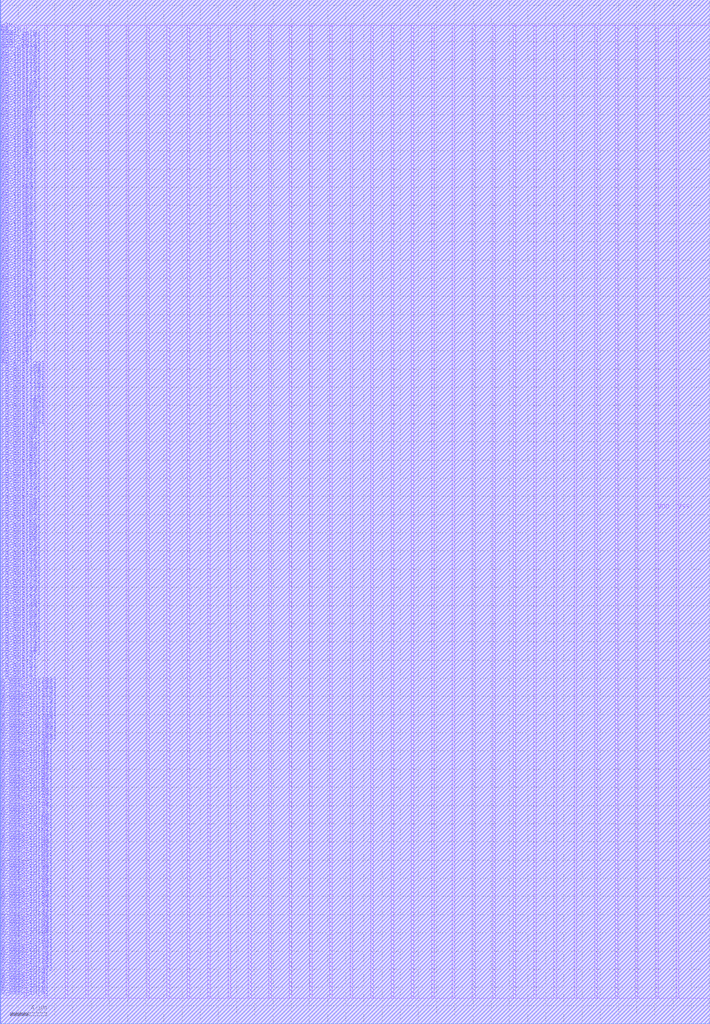
<source format=lef>
VERSION 5.7 ;
BUSBITCHARS "[]" ;
MACRO fakeram45_64x124_upper
  FOREIGN fakeram45_64x124_upper 0 0 ;
  SYMMETRY X Y R90 ;
  SIZE 78.090 BY 112.600 ;
  CLASS BLOCK ;
  PIN w_mask_in[0]
    DIRECTION INPUT ;
    USE SIGNAL ;
    SHAPE ABUTMENT ;
    PORT
      LAYER M18 ;
      RECT 0.000 2.800 0.070 2.870 ;
    END
  END w_mask_in[0]
  PIN w_mask_in[1]
    DIRECTION INPUT ;
    USE SIGNAL ;
    SHAPE ABUTMENT ;
    PORT
      LAYER M18 ;
      RECT 0.000 3.080 0.070 3.150 ;
    END
  END w_mask_in[1]
  PIN w_mask_in[2]
    DIRECTION INPUT ;
    USE SIGNAL ;
    SHAPE ABUTMENT ;
    PORT
      LAYER M18 ;
      RECT 0.000 3.360 0.070 3.430 ;
    END
  END w_mask_in[2]
  PIN w_mask_in[3]
    DIRECTION INPUT ;
    USE SIGNAL ;
    SHAPE ABUTMENT ;
    PORT
      LAYER M18 ;
      RECT 0.000 3.640 0.070 3.710 ;
    END
  END w_mask_in[3]
  PIN w_mask_in[4]
    DIRECTION INPUT ;
    USE SIGNAL ;
    SHAPE ABUTMENT ;
    PORT
      LAYER M18 ;
      RECT 0.000 3.920 0.070 3.990 ;
    END
  END w_mask_in[4]
  PIN w_mask_in[5]
    DIRECTION INPUT ;
    USE SIGNAL ;
    SHAPE ABUTMENT ;
    PORT
      LAYER M18 ;
      RECT 0.000 4.200 0.070 4.270 ;
    END
  END w_mask_in[5]
  PIN w_mask_in[6]
    DIRECTION INPUT ;
    USE SIGNAL ;
    SHAPE ABUTMENT ;
    PORT
      LAYER M18 ;
      RECT 0.000 4.480 0.070 4.550 ;
    END
  END w_mask_in[6]
  PIN w_mask_in[7]
    DIRECTION INPUT ;
    USE SIGNAL ;
    SHAPE ABUTMENT ;
    PORT
      LAYER M18 ;
      RECT 0.000 4.760 0.070 4.830 ;
    END
  END w_mask_in[7]
  PIN w_mask_in[8]
    DIRECTION INPUT ;
    USE SIGNAL ;
    SHAPE ABUTMENT ;
    PORT
      LAYER M18 ;
      RECT 0.000 5.040 0.070 5.110 ;
    END
  END w_mask_in[8]
  PIN w_mask_in[9]
    DIRECTION INPUT ;
    USE SIGNAL ;
    SHAPE ABUTMENT ;
    PORT
      LAYER M18 ;
      RECT 0.000 5.320 0.070 5.390 ;
    END
  END w_mask_in[9]
  PIN w_mask_in[10]
    DIRECTION INPUT ;
    USE SIGNAL ;
    SHAPE ABUTMENT ;
    PORT
      LAYER M18 ;
      RECT 0.000 5.600 0.070 5.670 ;
    END
  END w_mask_in[10]
  PIN w_mask_in[11]
    DIRECTION INPUT ;
    USE SIGNAL ;
    SHAPE ABUTMENT ;
    PORT
      LAYER M18 ;
      RECT 0.000 5.880 0.070 5.950 ;
    END
  END w_mask_in[11]
  PIN w_mask_in[12]
    DIRECTION INPUT ;
    USE SIGNAL ;
    SHAPE ABUTMENT ;
    PORT
      LAYER M18 ;
      RECT 0.000 6.160 0.070 6.230 ;
    END
  END w_mask_in[12]
  PIN w_mask_in[13]
    DIRECTION INPUT ;
    USE SIGNAL ;
    SHAPE ABUTMENT ;
    PORT
      LAYER M18 ;
      RECT 0.000 6.440 0.070 6.510 ;
    END
  END w_mask_in[13]
  PIN w_mask_in[14]
    DIRECTION INPUT ;
    USE SIGNAL ;
    SHAPE ABUTMENT ;
    PORT
      LAYER M18 ;
      RECT 0.000 6.720 0.070 6.790 ;
    END
  END w_mask_in[14]
  PIN w_mask_in[15]
    DIRECTION INPUT ;
    USE SIGNAL ;
    SHAPE ABUTMENT ;
    PORT
      LAYER M18 ;
      RECT 0.000 7.000 0.070 7.070 ;
    END
  END w_mask_in[15]
  PIN w_mask_in[16]
    DIRECTION INPUT ;
    USE SIGNAL ;
    SHAPE ABUTMENT ;
    PORT
      LAYER M18 ;
      RECT 0.000 7.280 0.070 7.350 ;
    END
  END w_mask_in[16]
  PIN w_mask_in[17]
    DIRECTION INPUT ;
    USE SIGNAL ;
    SHAPE ABUTMENT ;
    PORT
      LAYER M18 ;
      RECT 0.000 7.560 0.070 7.630 ;
    END
  END w_mask_in[17]
  PIN w_mask_in[18]
    DIRECTION INPUT ;
    USE SIGNAL ;
    SHAPE ABUTMENT ;
    PORT
      LAYER M18 ;
      RECT 0.000 7.840 0.070 7.910 ;
    END
  END w_mask_in[18]
  PIN w_mask_in[19]
    DIRECTION INPUT ;
    USE SIGNAL ;
    SHAPE ABUTMENT ;
    PORT
      LAYER M18 ;
      RECT 0.000 8.120 0.070 8.190 ;
    END
  END w_mask_in[19]
  PIN w_mask_in[20]
    DIRECTION INPUT ;
    USE SIGNAL ;
    SHAPE ABUTMENT ;
    PORT
      LAYER M18 ;
      RECT 0.000 8.400 0.070 8.470 ;
    END
  END w_mask_in[20]
  PIN w_mask_in[21]
    DIRECTION INPUT ;
    USE SIGNAL ;
    SHAPE ABUTMENT ;
    PORT
      LAYER M18 ;
      RECT 0.000 8.680 0.070 8.750 ;
    END
  END w_mask_in[21]
  PIN w_mask_in[22]
    DIRECTION INPUT ;
    USE SIGNAL ;
    SHAPE ABUTMENT ;
    PORT
      LAYER M18 ;
      RECT 0.000 8.960 0.070 9.030 ;
    END
  END w_mask_in[22]
  PIN w_mask_in[23]
    DIRECTION INPUT ;
    USE SIGNAL ;
    SHAPE ABUTMENT ;
    PORT
      LAYER M18 ;
      RECT 0.000 9.240 0.070 9.310 ;
    END
  END w_mask_in[23]
  PIN w_mask_in[24]
    DIRECTION INPUT ;
    USE SIGNAL ;
    SHAPE ABUTMENT ;
    PORT
      LAYER M18 ;
      RECT 0.000 9.520 0.070 9.590 ;
    END
  END w_mask_in[24]
  PIN w_mask_in[25]
    DIRECTION INPUT ;
    USE SIGNAL ;
    SHAPE ABUTMENT ;
    PORT
      LAYER M18 ;
      RECT 0.000 9.800 0.070 9.870 ;
    END
  END w_mask_in[25]
  PIN w_mask_in[26]
    DIRECTION INPUT ;
    USE SIGNAL ;
    SHAPE ABUTMENT ;
    PORT
      LAYER M18 ;
      RECT 0.000 10.080 0.070 10.150 ;
    END
  END w_mask_in[26]
  PIN w_mask_in[27]
    DIRECTION INPUT ;
    USE SIGNAL ;
    SHAPE ABUTMENT ;
    PORT
      LAYER M18 ;
      RECT 0.000 10.360 0.070 10.430 ;
    END
  END w_mask_in[27]
  PIN w_mask_in[28]
    DIRECTION INPUT ;
    USE SIGNAL ;
    SHAPE ABUTMENT ;
    PORT
      LAYER M18 ;
      RECT 0.000 10.640 0.070 10.710 ;
    END
  END w_mask_in[28]
  PIN w_mask_in[29]
    DIRECTION INPUT ;
    USE SIGNAL ;
    SHAPE ABUTMENT ;
    PORT
      LAYER M18 ;
      RECT 0.000 10.920 0.070 10.990 ;
    END
  END w_mask_in[29]
  PIN w_mask_in[30]
    DIRECTION INPUT ;
    USE SIGNAL ;
    SHAPE ABUTMENT ;
    PORT
      LAYER M18 ;
      RECT 0.000 11.200 0.070 11.270 ;
    END
  END w_mask_in[30]
  PIN w_mask_in[31]
    DIRECTION INPUT ;
    USE SIGNAL ;
    SHAPE ABUTMENT ;
    PORT
      LAYER M18 ;
      RECT 0.000 11.480 0.070 11.550 ;
    END
  END w_mask_in[31]
  PIN w_mask_in[32]
    DIRECTION INPUT ;
    USE SIGNAL ;
    SHAPE ABUTMENT ;
    PORT
      LAYER M18 ;
      RECT 0.000 11.760 0.070 11.830 ;
    END
  END w_mask_in[32]
  PIN w_mask_in[33]
    DIRECTION INPUT ;
    USE SIGNAL ;
    SHAPE ABUTMENT ;
    PORT
      LAYER M18 ;
      RECT 0.000 12.040 0.070 12.110 ;
    END
  END w_mask_in[33]
  PIN w_mask_in[34]
    DIRECTION INPUT ;
    USE SIGNAL ;
    SHAPE ABUTMENT ;
    PORT
      LAYER M18 ;
      RECT 0.000 12.320 0.070 12.390 ;
    END
  END w_mask_in[34]
  PIN w_mask_in[35]
    DIRECTION INPUT ;
    USE SIGNAL ;
    SHAPE ABUTMENT ;
    PORT
      LAYER M18 ;
      RECT 0.000 12.600 0.070 12.670 ;
    END
  END w_mask_in[35]
  PIN w_mask_in[36]
    DIRECTION INPUT ;
    USE SIGNAL ;
    SHAPE ABUTMENT ;
    PORT
      LAYER M18 ;
      RECT 0.000 12.880 0.070 12.950 ;
    END
  END w_mask_in[36]
  PIN w_mask_in[37]
    DIRECTION INPUT ;
    USE SIGNAL ;
    SHAPE ABUTMENT ;
    PORT
      LAYER M18 ;
      RECT 0.000 13.160 0.070 13.230 ;
    END
  END w_mask_in[37]
  PIN w_mask_in[38]
    DIRECTION INPUT ;
    USE SIGNAL ;
    SHAPE ABUTMENT ;
    PORT
      LAYER M18 ;
      RECT 0.000 13.440 0.070 13.510 ;
    END
  END w_mask_in[38]
  PIN w_mask_in[39]
    DIRECTION INPUT ;
    USE SIGNAL ;
    SHAPE ABUTMENT ;
    PORT
      LAYER M18 ;
      RECT 0.000 13.720 0.070 13.790 ;
    END
  END w_mask_in[39]
  PIN w_mask_in[40]
    DIRECTION INPUT ;
    USE SIGNAL ;
    SHAPE ABUTMENT ;
    PORT
      LAYER M18 ;
      RECT 0.000 14.000 0.070 14.070 ;
    END
  END w_mask_in[40]
  PIN w_mask_in[41]
    DIRECTION INPUT ;
    USE SIGNAL ;
    SHAPE ABUTMENT ;
    PORT
      LAYER M18 ;
      RECT 0.000 14.280 0.070 14.350 ;
    END
  END w_mask_in[41]
  PIN w_mask_in[42]
    DIRECTION INPUT ;
    USE SIGNAL ;
    SHAPE ABUTMENT ;
    PORT
      LAYER M18 ;
      RECT 0.000 14.560 0.070 14.630 ;
    END
  END w_mask_in[42]
  PIN w_mask_in[43]
    DIRECTION INPUT ;
    USE SIGNAL ;
    SHAPE ABUTMENT ;
    PORT
      LAYER M18 ;
      RECT 0.000 14.840 0.070 14.910 ;
    END
  END w_mask_in[43]
  PIN w_mask_in[44]
    DIRECTION INPUT ;
    USE SIGNAL ;
    SHAPE ABUTMENT ;
    PORT
      LAYER M18 ;
      RECT 0.000 15.120 0.070 15.190 ;
    END
  END w_mask_in[44]
  PIN w_mask_in[45]
    DIRECTION INPUT ;
    USE SIGNAL ;
    SHAPE ABUTMENT ;
    PORT
      LAYER M18 ;
      RECT 0.000 15.400 0.070 15.470 ;
    END
  END w_mask_in[45]
  PIN w_mask_in[46]
    DIRECTION INPUT ;
    USE SIGNAL ;
    SHAPE ABUTMENT ;
    PORT
      LAYER M18 ;
      RECT 0.000 15.680 0.070 15.750 ;
    END
  END w_mask_in[46]
  PIN w_mask_in[47]
    DIRECTION INPUT ;
    USE SIGNAL ;
    SHAPE ABUTMENT ;
    PORT
      LAYER M18 ;
      RECT 0.000 15.960 0.070 16.030 ;
    END
  END w_mask_in[47]
  PIN w_mask_in[48]
    DIRECTION INPUT ;
    USE SIGNAL ;
    SHAPE ABUTMENT ;
    PORT
      LAYER M18 ;
      RECT 0.000 16.240 0.070 16.310 ;
    END
  END w_mask_in[48]
  PIN w_mask_in[49]
    DIRECTION INPUT ;
    USE SIGNAL ;
    SHAPE ABUTMENT ;
    PORT
      LAYER M18 ;
      RECT 0.000 16.520 0.070 16.590 ;
    END
  END w_mask_in[49]
  PIN w_mask_in[50]
    DIRECTION INPUT ;
    USE SIGNAL ;
    SHAPE ABUTMENT ;
    PORT
      LAYER M18 ;
      RECT 0.000 16.800 0.070 16.870 ;
    END
  END w_mask_in[50]
  PIN w_mask_in[51]
    DIRECTION INPUT ;
    USE SIGNAL ;
    SHAPE ABUTMENT ;
    PORT
      LAYER M18 ;
      RECT 0.000 17.080 0.070 17.150 ;
    END
  END w_mask_in[51]
  PIN w_mask_in[52]
    DIRECTION INPUT ;
    USE SIGNAL ;
    SHAPE ABUTMENT ;
    PORT
      LAYER M18 ;
      RECT 0.000 17.360 0.070 17.430 ;
    END
  END w_mask_in[52]
  PIN w_mask_in[53]
    DIRECTION INPUT ;
    USE SIGNAL ;
    SHAPE ABUTMENT ;
    PORT
      LAYER M18 ;
      RECT 0.000 17.640 0.070 17.710 ;
    END
  END w_mask_in[53]
  PIN w_mask_in[54]
    DIRECTION INPUT ;
    USE SIGNAL ;
    SHAPE ABUTMENT ;
    PORT
      LAYER M18 ;
      RECT 0.000 17.920 0.070 17.990 ;
    END
  END w_mask_in[54]
  PIN w_mask_in[55]
    DIRECTION INPUT ;
    USE SIGNAL ;
    SHAPE ABUTMENT ;
    PORT
      LAYER M18 ;
      RECT 0.000 18.200 0.070 18.270 ;
    END
  END w_mask_in[55]
  PIN w_mask_in[56]
    DIRECTION INPUT ;
    USE SIGNAL ;
    SHAPE ABUTMENT ;
    PORT
      LAYER M18 ;
      RECT 0.000 18.480 0.070 18.550 ;
    END
  END w_mask_in[56]
  PIN w_mask_in[57]
    DIRECTION INPUT ;
    USE SIGNAL ;
    SHAPE ABUTMENT ;
    PORT
      LAYER M18 ;
      RECT 0.000 18.760 0.070 18.830 ;
    END
  END w_mask_in[57]
  PIN w_mask_in[58]
    DIRECTION INPUT ;
    USE SIGNAL ;
    SHAPE ABUTMENT ;
    PORT
      LAYER M18 ;
      RECT 0.000 19.040 0.070 19.110 ;
    END
  END w_mask_in[58]
  PIN w_mask_in[59]
    DIRECTION INPUT ;
    USE SIGNAL ;
    SHAPE ABUTMENT ;
    PORT
      LAYER M18 ;
      RECT 0.000 19.320 0.070 19.390 ;
    END
  END w_mask_in[59]
  PIN w_mask_in[60]
    DIRECTION INPUT ;
    USE SIGNAL ;
    SHAPE ABUTMENT ;
    PORT
      LAYER M18 ;
      RECT 0.000 19.600 0.070 19.670 ;
    END
  END w_mask_in[60]
  PIN w_mask_in[61]
    DIRECTION INPUT ;
    USE SIGNAL ;
    SHAPE ABUTMENT ;
    PORT
      LAYER M18 ;
      RECT 0.000 19.880 0.070 19.950 ;
    END
  END w_mask_in[61]
  PIN w_mask_in[62]
    DIRECTION INPUT ;
    USE SIGNAL ;
    SHAPE ABUTMENT ;
    PORT
      LAYER M18 ;
      RECT 0.000 20.160 0.070 20.230 ;
    END
  END w_mask_in[62]
  PIN w_mask_in[63]
    DIRECTION INPUT ;
    USE SIGNAL ;
    SHAPE ABUTMENT ;
    PORT
      LAYER M18 ;
      RECT 0.000 20.440 0.070 20.510 ;
    END
  END w_mask_in[63]
  PIN w_mask_in[64]
    DIRECTION INPUT ;
    USE SIGNAL ;
    SHAPE ABUTMENT ;
    PORT
      LAYER M18 ;
      RECT 0.000 20.720 0.070 20.790 ;
    END
  END w_mask_in[64]
  PIN w_mask_in[65]
    DIRECTION INPUT ;
    USE SIGNAL ;
    SHAPE ABUTMENT ;
    PORT
      LAYER M18 ;
      RECT 0.000 21.000 0.070 21.070 ;
    END
  END w_mask_in[65]
  PIN w_mask_in[66]
    DIRECTION INPUT ;
    USE SIGNAL ;
    SHAPE ABUTMENT ;
    PORT
      LAYER M18 ;
      RECT 0.000 21.280 0.070 21.350 ;
    END
  END w_mask_in[66]
  PIN w_mask_in[67]
    DIRECTION INPUT ;
    USE SIGNAL ;
    SHAPE ABUTMENT ;
    PORT
      LAYER M18 ;
      RECT 0.000 21.560 0.070 21.630 ;
    END
  END w_mask_in[67]
  PIN w_mask_in[68]
    DIRECTION INPUT ;
    USE SIGNAL ;
    SHAPE ABUTMENT ;
    PORT
      LAYER M18 ;
      RECT 0.000 21.840 0.070 21.910 ;
    END
  END w_mask_in[68]
  PIN w_mask_in[69]
    DIRECTION INPUT ;
    USE SIGNAL ;
    SHAPE ABUTMENT ;
    PORT
      LAYER M18 ;
      RECT 0.000 22.120 0.070 22.190 ;
    END
  END w_mask_in[69]
  PIN w_mask_in[70]
    DIRECTION INPUT ;
    USE SIGNAL ;
    SHAPE ABUTMENT ;
    PORT
      LAYER M18 ;
      RECT 0.000 22.400 0.070 22.470 ;
    END
  END w_mask_in[70]
  PIN w_mask_in[71]
    DIRECTION INPUT ;
    USE SIGNAL ;
    SHAPE ABUTMENT ;
    PORT
      LAYER M18 ;
      RECT 0.000 22.680 0.070 22.750 ;
    END
  END w_mask_in[71]
  PIN w_mask_in[72]
    DIRECTION INPUT ;
    USE SIGNAL ;
    SHAPE ABUTMENT ;
    PORT
      LAYER M18 ;
      RECT 0.000 22.960 0.070 23.030 ;
    END
  END w_mask_in[72]
  PIN w_mask_in[73]
    DIRECTION INPUT ;
    USE SIGNAL ;
    SHAPE ABUTMENT ;
    PORT
      LAYER M18 ;
      RECT 0.000 23.240 0.070 23.310 ;
    END
  END w_mask_in[73]
  PIN w_mask_in[74]
    DIRECTION INPUT ;
    USE SIGNAL ;
    SHAPE ABUTMENT ;
    PORT
      LAYER M18 ;
      RECT 0.000 23.520 0.070 23.590 ;
    END
  END w_mask_in[74]
  PIN w_mask_in[75]
    DIRECTION INPUT ;
    USE SIGNAL ;
    SHAPE ABUTMENT ;
    PORT
      LAYER M18 ;
      RECT 0.000 23.800 0.070 23.870 ;
    END
  END w_mask_in[75]
  PIN w_mask_in[76]
    DIRECTION INPUT ;
    USE SIGNAL ;
    SHAPE ABUTMENT ;
    PORT
      LAYER M18 ;
      RECT 0.000 24.080 0.070 24.150 ;
    END
  END w_mask_in[76]
  PIN w_mask_in[77]
    DIRECTION INPUT ;
    USE SIGNAL ;
    SHAPE ABUTMENT ;
    PORT
      LAYER M18 ;
      RECT 0.000 24.360 0.070 24.430 ;
    END
  END w_mask_in[77]
  PIN w_mask_in[78]
    DIRECTION INPUT ;
    USE SIGNAL ;
    SHAPE ABUTMENT ;
    PORT
      LAYER M18 ;
      RECT 0.000 24.640 0.070 24.710 ;
    END
  END w_mask_in[78]
  PIN w_mask_in[79]
    DIRECTION INPUT ;
    USE SIGNAL ;
    SHAPE ABUTMENT ;
    PORT
      LAYER M18 ;
      RECT 0.000 24.920 0.070 24.990 ;
    END
  END w_mask_in[79]
  PIN w_mask_in[80]
    DIRECTION INPUT ;
    USE SIGNAL ;
    SHAPE ABUTMENT ;
    PORT
      LAYER M18 ;
      RECT 0.000 25.200 0.070 25.270 ;
    END
  END w_mask_in[80]
  PIN w_mask_in[81]
    DIRECTION INPUT ;
    USE SIGNAL ;
    SHAPE ABUTMENT ;
    PORT
      LAYER M18 ;
      RECT 0.000 25.480 0.070 25.550 ;
    END
  END w_mask_in[81]
  PIN w_mask_in[82]
    DIRECTION INPUT ;
    USE SIGNAL ;
    SHAPE ABUTMENT ;
    PORT
      LAYER M18 ;
      RECT 0.000 25.760 0.070 25.830 ;
    END
  END w_mask_in[82]
  PIN w_mask_in[83]
    DIRECTION INPUT ;
    USE SIGNAL ;
    SHAPE ABUTMENT ;
    PORT
      LAYER M18 ;
      RECT 0.000 26.040 0.070 26.110 ;
    END
  END w_mask_in[83]
  PIN w_mask_in[84]
    DIRECTION INPUT ;
    USE SIGNAL ;
    SHAPE ABUTMENT ;
    PORT
      LAYER M18 ;
      RECT 0.000 26.320 0.070 26.390 ;
    END
  END w_mask_in[84]
  PIN w_mask_in[85]
    DIRECTION INPUT ;
    USE SIGNAL ;
    SHAPE ABUTMENT ;
    PORT
      LAYER M18 ;
      RECT 0.000 26.600 0.070 26.670 ;
    END
  END w_mask_in[85]
  PIN w_mask_in[86]
    DIRECTION INPUT ;
    USE SIGNAL ;
    SHAPE ABUTMENT ;
    PORT
      LAYER M18 ;
      RECT 0.000 26.880 0.070 26.950 ;
    END
  END w_mask_in[86]
  PIN w_mask_in[87]
    DIRECTION INPUT ;
    USE SIGNAL ;
    SHAPE ABUTMENT ;
    PORT
      LAYER M18 ;
      RECT 0.000 27.160 0.070 27.230 ;
    END
  END w_mask_in[87]
  PIN w_mask_in[88]
    DIRECTION INPUT ;
    USE SIGNAL ;
    SHAPE ABUTMENT ;
    PORT
      LAYER M18 ;
      RECT 0.000 27.440 0.070 27.510 ;
    END
  END w_mask_in[88]
  PIN w_mask_in[89]
    DIRECTION INPUT ;
    USE SIGNAL ;
    SHAPE ABUTMENT ;
    PORT
      LAYER M18 ;
      RECT 0.000 27.720 0.070 27.790 ;
    END
  END w_mask_in[89]
  PIN w_mask_in[90]
    DIRECTION INPUT ;
    USE SIGNAL ;
    SHAPE ABUTMENT ;
    PORT
      LAYER M18 ;
      RECT 0.000 28.000 0.070 28.070 ;
    END
  END w_mask_in[90]
  PIN w_mask_in[91]
    DIRECTION INPUT ;
    USE SIGNAL ;
    SHAPE ABUTMENT ;
    PORT
      LAYER M18 ;
      RECT 0.000 28.280 0.070 28.350 ;
    END
  END w_mask_in[91]
  PIN w_mask_in[92]
    DIRECTION INPUT ;
    USE SIGNAL ;
    SHAPE ABUTMENT ;
    PORT
      LAYER M18 ;
      RECT 0.000 28.560 0.070 28.630 ;
    END
  END w_mask_in[92]
  PIN w_mask_in[93]
    DIRECTION INPUT ;
    USE SIGNAL ;
    SHAPE ABUTMENT ;
    PORT
      LAYER M18 ;
      RECT 0.000 28.840 0.070 28.910 ;
    END
  END w_mask_in[93]
  PIN w_mask_in[94]
    DIRECTION INPUT ;
    USE SIGNAL ;
    SHAPE ABUTMENT ;
    PORT
      LAYER M18 ;
      RECT 0.000 29.120 0.070 29.190 ;
    END
  END w_mask_in[94]
  PIN w_mask_in[95]
    DIRECTION INPUT ;
    USE SIGNAL ;
    SHAPE ABUTMENT ;
    PORT
      LAYER M18 ;
      RECT 0.000 29.400 0.070 29.470 ;
    END
  END w_mask_in[95]
  PIN w_mask_in[96]
    DIRECTION INPUT ;
    USE SIGNAL ;
    SHAPE ABUTMENT ;
    PORT
      LAYER M18 ;
      RECT 0.000 29.680 0.070 29.750 ;
    END
  END w_mask_in[96]
  PIN w_mask_in[97]
    DIRECTION INPUT ;
    USE SIGNAL ;
    SHAPE ABUTMENT ;
    PORT
      LAYER M18 ;
      RECT 0.000 29.960 0.070 30.030 ;
    END
  END w_mask_in[97]
  PIN w_mask_in[98]
    DIRECTION INPUT ;
    USE SIGNAL ;
    SHAPE ABUTMENT ;
    PORT
      LAYER M18 ;
      RECT 0.000 30.240 0.070 30.310 ;
    END
  END w_mask_in[98]
  PIN w_mask_in[99]
    DIRECTION INPUT ;
    USE SIGNAL ;
    SHAPE ABUTMENT ;
    PORT
      LAYER M18 ;
      RECT 0.000 30.520 0.070 30.590 ;
    END
  END w_mask_in[99]
  PIN w_mask_in[100]
    DIRECTION INPUT ;
    USE SIGNAL ;
    SHAPE ABUTMENT ;
    PORT
      LAYER M18 ;
      RECT 0.000 30.800 0.070 30.870 ;
    END
  END w_mask_in[100]
  PIN w_mask_in[101]
    DIRECTION INPUT ;
    USE SIGNAL ;
    SHAPE ABUTMENT ;
    PORT
      LAYER M18 ;
      RECT 0.000 31.080 0.070 31.150 ;
    END
  END w_mask_in[101]
  PIN w_mask_in[102]
    DIRECTION INPUT ;
    USE SIGNAL ;
    SHAPE ABUTMENT ;
    PORT
      LAYER M18 ;
      RECT 0.000 31.360 0.070 31.430 ;
    END
  END w_mask_in[102]
  PIN w_mask_in[103]
    DIRECTION INPUT ;
    USE SIGNAL ;
    SHAPE ABUTMENT ;
    PORT
      LAYER M18 ;
      RECT 0.000 31.640 0.070 31.710 ;
    END
  END w_mask_in[103]
  PIN w_mask_in[104]
    DIRECTION INPUT ;
    USE SIGNAL ;
    SHAPE ABUTMENT ;
    PORT
      LAYER M18 ;
      RECT 0.000 31.920 0.070 31.990 ;
    END
  END w_mask_in[104]
  PIN w_mask_in[105]
    DIRECTION INPUT ;
    USE SIGNAL ;
    SHAPE ABUTMENT ;
    PORT
      LAYER M18 ;
      RECT 0.000 32.200 0.070 32.270 ;
    END
  END w_mask_in[105]
  PIN w_mask_in[106]
    DIRECTION INPUT ;
    USE SIGNAL ;
    SHAPE ABUTMENT ;
    PORT
      LAYER M18 ;
      RECT 0.000 32.480 0.070 32.550 ;
    END
  END w_mask_in[106]
  PIN w_mask_in[107]
    DIRECTION INPUT ;
    USE SIGNAL ;
    SHAPE ABUTMENT ;
    PORT
      LAYER M18 ;
      RECT 0.000 32.760 0.070 32.830 ;
    END
  END w_mask_in[107]
  PIN w_mask_in[108]
    DIRECTION INPUT ;
    USE SIGNAL ;
    SHAPE ABUTMENT ;
    PORT
      LAYER M18 ;
      RECT 0.000 33.040 0.070 33.110 ;
    END
  END w_mask_in[108]
  PIN w_mask_in[109]
    DIRECTION INPUT ;
    USE SIGNAL ;
    SHAPE ABUTMENT ;
    PORT
      LAYER M18 ;
      RECT 0.000 33.320 0.070 33.390 ;
    END
  END w_mask_in[109]
  PIN w_mask_in[110]
    DIRECTION INPUT ;
    USE SIGNAL ;
    SHAPE ABUTMENT ;
    PORT
      LAYER M18 ;
      RECT 0.000 33.600 0.070 33.670 ;
    END
  END w_mask_in[110]
  PIN w_mask_in[111]
    DIRECTION INPUT ;
    USE SIGNAL ;
    SHAPE ABUTMENT ;
    PORT
      LAYER M18 ;
      RECT 0.000 33.880 0.070 33.950 ;
    END
  END w_mask_in[111]
  PIN w_mask_in[112]
    DIRECTION INPUT ;
    USE SIGNAL ;
    SHAPE ABUTMENT ;
    PORT
      LAYER M18 ;
      RECT 0.000 34.160 0.070 34.230 ;
    END
  END w_mask_in[112]
  PIN w_mask_in[113]
    DIRECTION INPUT ;
    USE SIGNAL ;
    SHAPE ABUTMENT ;
    PORT
      LAYER M18 ;
      RECT 0.000 34.440 0.070 34.510 ;
    END
  END w_mask_in[113]
  PIN w_mask_in[114]
    DIRECTION INPUT ;
    USE SIGNAL ;
    SHAPE ABUTMENT ;
    PORT
      LAYER M18 ;
      RECT 0.000 34.720 0.070 34.790 ;
    END
  END w_mask_in[114]
  PIN w_mask_in[115]
    DIRECTION INPUT ;
    USE SIGNAL ;
    SHAPE ABUTMENT ;
    PORT
      LAYER M18 ;
      RECT 0.000 35.000 0.070 35.070 ;
    END
  END w_mask_in[115]
  PIN w_mask_in[116]
    DIRECTION INPUT ;
    USE SIGNAL ;
    SHAPE ABUTMENT ;
    PORT
      LAYER M18 ;
      RECT 0.000 35.280 0.070 35.350 ;
    END
  END w_mask_in[116]
  PIN w_mask_in[117]
    DIRECTION INPUT ;
    USE SIGNAL ;
    SHAPE ABUTMENT ;
    PORT
      LAYER M18 ;
      RECT 0.000 35.560 0.070 35.630 ;
    END
  END w_mask_in[117]
  PIN w_mask_in[118]
    DIRECTION INPUT ;
    USE SIGNAL ;
    SHAPE ABUTMENT ;
    PORT
      LAYER M18 ;
      RECT 0.000 35.840 0.070 35.910 ;
    END
  END w_mask_in[118]
  PIN w_mask_in[119]
    DIRECTION INPUT ;
    USE SIGNAL ;
    SHAPE ABUTMENT ;
    PORT
      LAYER M18 ;
      RECT 0.000 36.120 0.070 36.190 ;
    END
  END w_mask_in[119]
  PIN w_mask_in[120]
    DIRECTION INPUT ;
    USE SIGNAL ;
    SHAPE ABUTMENT ;
    PORT
      LAYER M18 ;
      RECT 0.000 36.400 0.070 36.470 ;
    END
  END w_mask_in[120]
  PIN w_mask_in[121]
    DIRECTION INPUT ;
    USE SIGNAL ;
    SHAPE ABUTMENT ;
    PORT
      LAYER M18 ;
      RECT 0.000 36.680 0.070 36.750 ;
    END
  END w_mask_in[121]
  PIN w_mask_in[122]
    DIRECTION INPUT ;
    USE SIGNAL ;
    SHAPE ABUTMENT ;
    PORT
      LAYER M18 ;
      RECT 0.000 36.960 0.070 37.030 ;
    END
  END w_mask_in[122]
  PIN w_mask_in[123]
    DIRECTION INPUT ;
    USE SIGNAL ;
    SHAPE ABUTMENT ;
    PORT
      LAYER M18 ;
      RECT 0.000 37.240 0.070 37.310 ;
    END
  END w_mask_in[123]
  PIN rd_out[0]
    DIRECTION OUTPUT ;
    USE SIGNAL ;
    SHAPE ABUTMENT ;
    PORT
      LAYER M18 ;
      RECT 0.000 37.520 0.070 37.590 ;
    END
  END rd_out[0]
  PIN rd_out[1]
    DIRECTION OUTPUT ;
    USE SIGNAL ;
    SHAPE ABUTMENT ;
    PORT
      LAYER M18 ;
      RECT 0.000 37.800 0.070 37.870 ;
    END
  END rd_out[1]
  PIN rd_out[2]
    DIRECTION OUTPUT ;
    USE SIGNAL ;
    SHAPE ABUTMENT ;
    PORT
      LAYER M18 ;
      RECT 0.000 38.080 0.070 38.150 ;
    END
  END rd_out[2]
  PIN rd_out[3]
    DIRECTION OUTPUT ;
    USE SIGNAL ;
    SHAPE ABUTMENT ;
    PORT
      LAYER M18 ;
      RECT 0.000 38.360 0.070 38.430 ;
    END
  END rd_out[3]
  PIN rd_out[4]
    DIRECTION OUTPUT ;
    USE SIGNAL ;
    SHAPE ABUTMENT ;
    PORT
      LAYER M18 ;
      RECT 0.000 38.640 0.070 38.710 ;
    END
  END rd_out[4]
  PIN rd_out[5]
    DIRECTION OUTPUT ;
    USE SIGNAL ;
    SHAPE ABUTMENT ;
    PORT
      LAYER M18 ;
      RECT 0.000 38.920 0.070 38.990 ;
    END
  END rd_out[5]
  PIN rd_out[6]
    DIRECTION OUTPUT ;
    USE SIGNAL ;
    SHAPE ABUTMENT ;
    PORT
      LAYER M18 ;
      RECT 0.000 39.200 0.070 39.270 ;
    END
  END rd_out[6]
  PIN rd_out[7]
    DIRECTION OUTPUT ;
    USE SIGNAL ;
    SHAPE ABUTMENT ;
    PORT
      LAYER M18 ;
      RECT 0.000 39.480 0.070 39.550 ;
    END
  END rd_out[7]
  PIN rd_out[8]
    DIRECTION OUTPUT ;
    USE SIGNAL ;
    SHAPE ABUTMENT ;
    PORT
      LAYER M18 ;
      RECT 0.000 39.760 0.070 39.830 ;
    END
  END rd_out[8]
  PIN rd_out[9]
    DIRECTION OUTPUT ;
    USE SIGNAL ;
    SHAPE ABUTMENT ;
    PORT
      LAYER M18 ;
      RECT 0.000 40.040 0.070 40.110 ;
    END
  END rd_out[9]
  PIN rd_out[10]
    DIRECTION OUTPUT ;
    USE SIGNAL ;
    SHAPE ABUTMENT ;
    PORT
      LAYER M18 ;
      RECT 0.000 40.320 0.070 40.390 ;
    END
  END rd_out[10]
  PIN rd_out[11]
    DIRECTION OUTPUT ;
    USE SIGNAL ;
    SHAPE ABUTMENT ;
    PORT
      LAYER M18 ;
      RECT 0.000 40.600 0.070 40.670 ;
    END
  END rd_out[11]
  PIN rd_out[12]
    DIRECTION OUTPUT ;
    USE SIGNAL ;
    SHAPE ABUTMENT ;
    PORT
      LAYER M18 ;
      RECT 0.000 40.880 0.070 40.950 ;
    END
  END rd_out[12]
  PIN rd_out[13]
    DIRECTION OUTPUT ;
    USE SIGNAL ;
    SHAPE ABUTMENT ;
    PORT
      LAYER M18 ;
      RECT 0.000 41.160 0.070 41.230 ;
    END
  END rd_out[13]
  PIN rd_out[14]
    DIRECTION OUTPUT ;
    USE SIGNAL ;
    SHAPE ABUTMENT ;
    PORT
      LAYER M18 ;
      RECT 0.000 41.440 0.070 41.510 ;
    END
  END rd_out[14]
  PIN rd_out[15]
    DIRECTION OUTPUT ;
    USE SIGNAL ;
    SHAPE ABUTMENT ;
    PORT
      LAYER M18 ;
      RECT 0.000 41.720 0.070 41.790 ;
    END
  END rd_out[15]
  PIN rd_out[16]
    DIRECTION OUTPUT ;
    USE SIGNAL ;
    SHAPE ABUTMENT ;
    PORT
      LAYER M18 ;
      RECT 0.000 42.000 0.070 42.070 ;
    END
  END rd_out[16]
  PIN rd_out[17]
    DIRECTION OUTPUT ;
    USE SIGNAL ;
    SHAPE ABUTMENT ;
    PORT
      LAYER M18 ;
      RECT 0.000 42.280 0.070 42.350 ;
    END
  END rd_out[17]
  PIN rd_out[18]
    DIRECTION OUTPUT ;
    USE SIGNAL ;
    SHAPE ABUTMENT ;
    PORT
      LAYER M18 ;
      RECT 0.000 42.560 0.070 42.630 ;
    END
  END rd_out[18]
  PIN rd_out[19]
    DIRECTION OUTPUT ;
    USE SIGNAL ;
    SHAPE ABUTMENT ;
    PORT
      LAYER M18 ;
      RECT 0.000 42.840 0.070 42.910 ;
    END
  END rd_out[19]
  PIN rd_out[20]
    DIRECTION OUTPUT ;
    USE SIGNAL ;
    SHAPE ABUTMENT ;
    PORT
      LAYER M18 ;
      RECT 0.000 43.120 0.070 43.190 ;
    END
  END rd_out[20]
  PIN rd_out[21]
    DIRECTION OUTPUT ;
    USE SIGNAL ;
    SHAPE ABUTMENT ;
    PORT
      LAYER M18 ;
      RECT 0.000 43.400 0.070 43.470 ;
    END
  END rd_out[21]
  PIN rd_out[22]
    DIRECTION OUTPUT ;
    USE SIGNAL ;
    SHAPE ABUTMENT ;
    PORT
      LAYER M18 ;
      RECT 0.000 43.680 0.070 43.750 ;
    END
  END rd_out[22]
  PIN rd_out[23]
    DIRECTION OUTPUT ;
    USE SIGNAL ;
    SHAPE ABUTMENT ;
    PORT
      LAYER M18 ;
      RECT 0.000 43.960 0.070 44.030 ;
    END
  END rd_out[23]
  PIN rd_out[24]
    DIRECTION OUTPUT ;
    USE SIGNAL ;
    SHAPE ABUTMENT ;
    PORT
      LAYER M18 ;
      RECT 0.000 44.240 0.070 44.310 ;
    END
  END rd_out[24]
  PIN rd_out[25]
    DIRECTION OUTPUT ;
    USE SIGNAL ;
    SHAPE ABUTMENT ;
    PORT
      LAYER M18 ;
      RECT 0.000 44.520 0.070 44.590 ;
    END
  END rd_out[25]
  PIN rd_out[26]
    DIRECTION OUTPUT ;
    USE SIGNAL ;
    SHAPE ABUTMENT ;
    PORT
      LAYER M18 ;
      RECT 0.000 44.800 0.070 44.870 ;
    END
  END rd_out[26]
  PIN rd_out[27]
    DIRECTION OUTPUT ;
    USE SIGNAL ;
    SHAPE ABUTMENT ;
    PORT
      LAYER M18 ;
      RECT 0.000 45.080 0.070 45.150 ;
    END
  END rd_out[27]
  PIN rd_out[28]
    DIRECTION OUTPUT ;
    USE SIGNAL ;
    SHAPE ABUTMENT ;
    PORT
      LAYER M18 ;
      RECT 0.000 45.360 0.070 45.430 ;
    END
  END rd_out[28]
  PIN rd_out[29]
    DIRECTION OUTPUT ;
    USE SIGNAL ;
    SHAPE ABUTMENT ;
    PORT
      LAYER M18 ;
      RECT 0.000 45.640 0.070 45.710 ;
    END
  END rd_out[29]
  PIN rd_out[30]
    DIRECTION OUTPUT ;
    USE SIGNAL ;
    SHAPE ABUTMENT ;
    PORT
      LAYER M18 ;
      RECT 0.000 45.920 0.070 45.990 ;
    END
  END rd_out[30]
  PIN rd_out[31]
    DIRECTION OUTPUT ;
    USE SIGNAL ;
    SHAPE ABUTMENT ;
    PORT
      LAYER M18 ;
      RECT 0.000 46.200 0.070 46.270 ;
    END
  END rd_out[31]
  PIN rd_out[32]
    DIRECTION OUTPUT ;
    USE SIGNAL ;
    SHAPE ABUTMENT ;
    PORT
      LAYER M18 ;
      RECT 0.000 46.480 0.070 46.550 ;
    END
  END rd_out[32]
  PIN rd_out[33]
    DIRECTION OUTPUT ;
    USE SIGNAL ;
    SHAPE ABUTMENT ;
    PORT
      LAYER M18 ;
      RECT 0.000 46.760 0.070 46.830 ;
    END
  END rd_out[33]
  PIN rd_out[34]
    DIRECTION OUTPUT ;
    USE SIGNAL ;
    SHAPE ABUTMENT ;
    PORT
      LAYER M18 ;
      RECT 0.000 47.040 0.070 47.110 ;
    END
  END rd_out[34]
  PIN rd_out[35]
    DIRECTION OUTPUT ;
    USE SIGNAL ;
    SHAPE ABUTMENT ;
    PORT
      LAYER M18 ;
      RECT 0.000 47.320 0.070 47.390 ;
    END
  END rd_out[35]
  PIN rd_out[36]
    DIRECTION OUTPUT ;
    USE SIGNAL ;
    SHAPE ABUTMENT ;
    PORT
      LAYER M18 ;
      RECT 0.000 47.600 0.070 47.670 ;
    END
  END rd_out[36]
  PIN rd_out[37]
    DIRECTION OUTPUT ;
    USE SIGNAL ;
    SHAPE ABUTMENT ;
    PORT
      LAYER M18 ;
      RECT 0.000 47.880 0.070 47.950 ;
    END
  END rd_out[37]
  PIN rd_out[38]
    DIRECTION OUTPUT ;
    USE SIGNAL ;
    SHAPE ABUTMENT ;
    PORT
      LAYER M18 ;
      RECT 0.000 48.160 0.070 48.230 ;
    END
  END rd_out[38]
  PIN rd_out[39]
    DIRECTION OUTPUT ;
    USE SIGNAL ;
    SHAPE ABUTMENT ;
    PORT
      LAYER M18 ;
      RECT 0.000 48.440 0.070 48.510 ;
    END
  END rd_out[39]
  PIN rd_out[40]
    DIRECTION OUTPUT ;
    USE SIGNAL ;
    SHAPE ABUTMENT ;
    PORT
      LAYER M18 ;
      RECT 0.000 48.720 0.070 48.790 ;
    END
  END rd_out[40]
  PIN rd_out[41]
    DIRECTION OUTPUT ;
    USE SIGNAL ;
    SHAPE ABUTMENT ;
    PORT
      LAYER M18 ;
      RECT 0.000 49.000 0.070 49.070 ;
    END
  END rd_out[41]
  PIN rd_out[42]
    DIRECTION OUTPUT ;
    USE SIGNAL ;
    SHAPE ABUTMENT ;
    PORT
      LAYER M18 ;
      RECT 0.000 49.280 0.070 49.350 ;
    END
  END rd_out[42]
  PIN rd_out[43]
    DIRECTION OUTPUT ;
    USE SIGNAL ;
    SHAPE ABUTMENT ;
    PORT
      LAYER M18 ;
      RECT 0.000 49.560 0.070 49.630 ;
    END
  END rd_out[43]
  PIN rd_out[44]
    DIRECTION OUTPUT ;
    USE SIGNAL ;
    SHAPE ABUTMENT ;
    PORT
      LAYER M18 ;
      RECT 0.000 49.840 0.070 49.910 ;
    END
  END rd_out[44]
  PIN rd_out[45]
    DIRECTION OUTPUT ;
    USE SIGNAL ;
    SHAPE ABUTMENT ;
    PORT
      LAYER M18 ;
      RECT 0.000 50.120 0.070 50.190 ;
    END
  END rd_out[45]
  PIN rd_out[46]
    DIRECTION OUTPUT ;
    USE SIGNAL ;
    SHAPE ABUTMENT ;
    PORT
      LAYER M18 ;
      RECT 0.000 50.400 0.070 50.470 ;
    END
  END rd_out[46]
  PIN rd_out[47]
    DIRECTION OUTPUT ;
    USE SIGNAL ;
    SHAPE ABUTMENT ;
    PORT
      LAYER M18 ;
      RECT 0.000 50.680 0.070 50.750 ;
    END
  END rd_out[47]
  PIN rd_out[48]
    DIRECTION OUTPUT ;
    USE SIGNAL ;
    SHAPE ABUTMENT ;
    PORT
      LAYER M18 ;
      RECT 0.000 50.960 0.070 51.030 ;
    END
  END rd_out[48]
  PIN rd_out[49]
    DIRECTION OUTPUT ;
    USE SIGNAL ;
    SHAPE ABUTMENT ;
    PORT
      LAYER M18 ;
      RECT 0.000 51.240 0.070 51.310 ;
    END
  END rd_out[49]
  PIN rd_out[50]
    DIRECTION OUTPUT ;
    USE SIGNAL ;
    SHAPE ABUTMENT ;
    PORT
      LAYER M18 ;
      RECT 0.000 51.520 0.070 51.590 ;
    END
  END rd_out[50]
  PIN rd_out[51]
    DIRECTION OUTPUT ;
    USE SIGNAL ;
    SHAPE ABUTMENT ;
    PORT
      LAYER M18 ;
      RECT 0.000 51.800 0.070 51.870 ;
    END
  END rd_out[51]
  PIN rd_out[52]
    DIRECTION OUTPUT ;
    USE SIGNAL ;
    SHAPE ABUTMENT ;
    PORT
      LAYER M18 ;
      RECT 0.000 52.080 0.070 52.150 ;
    END
  END rd_out[52]
  PIN rd_out[53]
    DIRECTION OUTPUT ;
    USE SIGNAL ;
    SHAPE ABUTMENT ;
    PORT
      LAYER M18 ;
      RECT 0.000 52.360 0.070 52.430 ;
    END
  END rd_out[53]
  PIN rd_out[54]
    DIRECTION OUTPUT ;
    USE SIGNAL ;
    SHAPE ABUTMENT ;
    PORT
      LAYER M18 ;
      RECT 0.000 52.640 0.070 52.710 ;
    END
  END rd_out[54]
  PIN rd_out[55]
    DIRECTION OUTPUT ;
    USE SIGNAL ;
    SHAPE ABUTMENT ;
    PORT
      LAYER M18 ;
      RECT 0.000 52.920 0.070 52.990 ;
    END
  END rd_out[55]
  PIN rd_out[56]
    DIRECTION OUTPUT ;
    USE SIGNAL ;
    SHAPE ABUTMENT ;
    PORT
      LAYER M18 ;
      RECT 0.000 53.200 0.070 53.270 ;
    END
  END rd_out[56]
  PIN rd_out[57]
    DIRECTION OUTPUT ;
    USE SIGNAL ;
    SHAPE ABUTMENT ;
    PORT
      LAYER M18 ;
      RECT 0.000 53.480 0.070 53.550 ;
    END
  END rd_out[57]
  PIN rd_out[58]
    DIRECTION OUTPUT ;
    USE SIGNAL ;
    SHAPE ABUTMENT ;
    PORT
      LAYER M18 ;
      RECT 0.000 53.760 0.070 53.830 ;
    END
  END rd_out[58]
  PIN rd_out[59]
    DIRECTION OUTPUT ;
    USE SIGNAL ;
    SHAPE ABUTMENT ;
    PORT
      LAYER M18 ;
      RECT 0.000 54.040 0.070 54.110 ;
    END
  END rd_out[59]
  PIN rd_out[60]
    DIRECTION OUTPUT ;
    USE SIGNAL ;
    SHAPE ABUTMENT ;
    PORT
      LAYER M18 ;
      RECT 0.000 54.320 0.070 54.390 ;
    END
  END rd_out[60]
  PIN rd_out[61]
    DIRECTION OUTPUT ;
    USE SIGNAL ;
    SHAPE ABUTMENT ;
    PORT
      LAYER M18 ;
      RECT 0.000 54.600 0.070 54.670 ;
    END
  END rd_out[61]
  PIN rd_out[62]
    DIRECTION OUTPUT ;
    USE SIGNAL ;
    SHAPE ABUTMENT ;
    PORT
      LAYER M18 ;
      RECT 0.000 54.880 0.070 54.950 ;
    END
  END rd_out[62]
  PIN rd_out[63]
    DIRECTION OUTPUT ;
    USE SIGNAL ;
    SHAPE ABUTMENT ;
    PORT
      LAYER M18 ;
      RECT 0.000 55.160 0.070 55.230 ;
    END
  END rd_out[63]
  PIN rd_out[64]
    DIRECTION OUTPUT ;
    USE SIGNAL ;
    SHAPE ABUTMENT ;
    PORT
      LAYER M18 ;
      RECT 0.000 55.440 0.070 55.510 ;
    END
  END rd_out[64]
  PIN rd_out[65]
    DIRECTION OUTPUT ;
    USE SIGNAL ;
    SHAPE ABUTMENT ;
    PORT
      LAYER M18 ;
      RECT 0.000 55.720 0.070 55.790 ;
    END
  END rd_out[65]
  PIN rd_out[66]
    DIRECTION OUTPUT ;
    USE SIGNAL ;
    SHAPE ABUTMENT ;
    PORT
      LAYER M18 ;
      RECT 0.000 56.000 0.070 56.070 ;
    END
  END rd_out[66]
  PIN rd_out[67]
    DIRECTION OUTPUT ;
    USE SIGNAL ;
    SHAPE ABUTMENT ;
    PORT
      LAYER M18 ;
      RECT 0.000 56.280 0.070 56.350 ;
    END
  END rd_out[67]
  PIN rd_out[68]
    DIRECTION OUTPUT ;
    USE SIGNAL ;
    SHAPE ABUTMENT ;
    PORT
      LAYER M18 ;
      RECT 0.000 56.560 0.070 56.630 ;
    END
  END rd_out[68]
  PIN rd_out[69]
    DIRECTION OUTPUT ;
    USE SIGNAL ;
    SHAPE ABUTMENT ;
    PORT
      LAYER M18 ;
      RECT 0.000 56.840 0.070 56.910 ;
    END
  END rd_out[69]
  PIN rd_out[70]
    DIRECTION OUTPUT ;
    USE SIGNAL ;
    SHAPE ABUTMENT ;
    PORT
      LAYER M18 ;
      RECT 0.000 57.120 0.070 57.190 ;
    END
  END rd_out[70]
  PIN rd_out[71]
    DIRECTION OUTPUT ;
    USE SIGNAL ;
    SHAPE ABUTMENT ;
    PORT
      LAYER M18 ;
      RECT 0.000 57.400 0.070 57.470 ;
    END
  END rd_out[71]
  PIN rd_out[72]
    DIRECTION OUTPUT ;
    USE SIGNAL ;
    SHAPE ABUTMENT ;
    PORT
      LAYER M18 ;
      RECT 0.000 57.680 0.070 57.750 ;
    END
  END rd_out[72]
  PIN rd_out[73]
    DIRECTION OUTPUT ;
    USE SIGNAL ;
    SHAPE ABUTMENT ;
    PORT
      LAYER M18 ;
      RECT 0.000 57.960 0.070 58.030 ;
    END
  END rd_out[73]
  PIN rd_out[74]
    DIRECTION OUTPUT ;
    USE SIGNAL ;
    SHAPE ABUTMENT ;
    PORT
      LAYER M18 ;
      RECT 0.000 58.240 0.070 58.310 ;
    END
  END rd_out[74]
  PIN rd_out[75]
    DIRECTION OUTPUT ;
    USE SIGNAL ;
    SHAPE ABUTMENT ;
    PORT
      LAYER M18 ;
      RECT 0.000 58.520 0.070 58.590 ;
    END
  END rd_out[75]
  PIN rd_out[76]
    DIRECTION OUTPUT ;
    USE SIGNAL ;
    SHAPE ABUTMENT ;
    PORT
      LAYER M18 ;
      RECT 0.000 58.800 0.070 58.870 ;
    END
  END rd_out[76]
  PIN rd_out[77]
    DIRECTION OUTPUT ;
    USE SIGNAL ;
    SHAPE ABUTMENT ;
    PORT
      LAYER M18 ;
      RECT 0.000 59.080 0.070 59.150 ;
    END
  END rd_out[77]
  PIN rd_out[78]
    DIRECTION OUTPUT ;
    USE SIGNAL ;
    SHAPE ABUTMENT ;
    PORT
      LAYER M18 ;
      RECT 0.000 59.360 0.070 59.430 ;
    END
  END rd_out[78]
  PIN rd_out[79]
    DIRECTION OUTPUT ;
    USE SIGNAL ;
    SHAPE ABUTMENT ;
    PORT
      LAYER M18 ;
      RECT 0.000 59.640 0.070 59.710 ;
    END
  END rd_out[79]
  PIN rd_out[80]
    DIRECTION OUTPUT ;
    USE SIGNAL ;
    SHAPE ABUTMENT ;
    PORT
      LAYER M18 ;
      RECT 0.000 59.920 0.070 59.990 ;
    END
  END rd_out[80]
  PIN rd_out[81]
    DIRECTION OUTPUT ;
    USE SIGNAL ;
    SHAPE ABUTMENT ;
    PORT
      LAYER M18 ;
      RECT 0.000 60.200 0.070 60.270 ;
    END
  END rd_out[81]
  PIN rd_out[82]
    DIRECTION OUTPUT ;
    USE SIGNAL ;
    SHAPE ABUTMENT ;
    PORT
      LAYER M18 ;
      RECT 0.000 60.480 0.070 60.550 ;
    END
  END rd_out[82]
  PIN rd_out[83]
    DIRECTION OUTPUT ;
    USE SIGNAL ;
    SHAPE ABUTMENT ;
    PORT
      LAYER M18 ;
      RECT 0.000 60.760 0.070 60.830 ;
    END
  END rd_out[83]
  PIN rd_out[84]
    DIRECTION OUTPUT ;
    USE SIGNAL ;
    SHAPE ABUTMENT ;
    PORT
      LAYER M18 ;
      RECT 0.000 61.040 0.070 61.110 ;
    END
  END rd_out[84]
  PIN rd_out[85]
    DIRECTION OUTPUT ;
    USE SIGNAL ;
    SHAPE ABUTMENT ;
    PORT
      LAYER M18 ;
      RECT 0.000 61.320 0.070 61.390 ;
    END
  END rd_out[85]
  PIN rd_out[86]
    DIRECTION OUTPUT ;
    USE SIGNAL ;
    SHAPE ABUTMENT ;
    PORT
      LAYER M18 ;
      RECT 0.000 61.600 0.070 61.670 ;
    END
  END rd_out[86]
  PIN rd_out[87]
    DIRECTION OUTPUT ;
    USE SIGNAL ;
    SHAPE ABUTMENT ;
    PORT
      LAYER M18 ;
      RECT 0.000 61.880 0.070 61.950 ;
    END
  END rd_out[87]
  PIN rd_out[88]
    DIRECTION OUTPUT ;
    USE SIGNAL ;
    SHAPE ABUTMENT ;
    PORT
      LAYER M18 ;
      RECT 0.000 62.160 0.070 62.230 ;
    END
  END rd_out[88]
  PIN rd_out[89]
    DIRECTION OUTPUT ;
    USE SIGNAL ;
    SHAPE ABUTMENT ;
    PORT
      LAYER M18 ;
      RECT 0.000 62.440 0.070 62.510 ;
    END
  END rd_out[89]
  PIN rd_out[90]
    DIRECTION OUTPUT ;
    USE SIGNAL ;
    SHAPE ABUTMENT ;
    PORT
      LAYER M18 ;
      RECT 0.000 62.720 0.070 62.790 ;
    END
  END rd_out[90]
  PIN rd_out[91]
    DIRECTION OUTPUT ;
    USE SIGNAL ;
    SHAPE ABUTMENT ;
    PORT
      LAYER M18 ;
      RECT 0.000 63.000 0.070 63.070 ;
    END
  END rd_out[91]
  PIN rd_out[92]
    DIRECTION OUTPUT ;
    USE SIGNAL ;
    SHAPE ABUTMENT ;
    PORT
      LAYER M18 ;
      RECT 0.000 63.280 0.070 63.350 ;
    END
  END rd_out[92]
  PIN rd_out[93]
    DIRECTION OUTPUT ;
    USE SIGNAL ;
    SHAPE ABUTMENT ;
    PORT
      LAYER M18 ;
      RECT 0.000 63.560 0.070 63.630 ;
    END
  END rd_out[93]
  PIN rd_out[94]
    DIRECTION OUTPUT ;
    USE SIGNAL ;
    SHAPE ABUTMENT ;
    PORT
      LAYER M18 ;
      RECT 0.000 63.840 0.070 63.910 ;
    END
  END rd_out[94]
  PIN rd_out[95]
    DIRECTION OUTPUT ;
    USE SIGNAL ;
    SHAPE ABUTMENT ;
    PORT
      LAYER M18 ;
      RECT 0.000 64.120 0.070 64.190 ;
    END
  END rd_out[95]
  PIN rd_out[96]
    DIRECTION OUTPUT ;
    USE SIGNAL ;
    SHAPE ABUTMENT ;
    PORT
      LAYER M18 ;
      RECT 0.000 64.400 0.070 64.470 ;
    END
  END rd_out[96]
  PIN rd_out[97]
    DIRECTION OUTPUT ;
    USE SIGNAL ;
    SHAPE ABUTMENT ;
    PORT
      LAYER M18 ;
      RECT 0.000 64.680 0.070 64.750 ;
    END
  END rd_out[97]
  PIN rd_out[98]
    DIRECTION OUTPUT ;
    USE SIGNAL ;
    SHAPE ABUTMENT ;
    PORT
      LAYER M18 ;
      RECT 0.000 64.960 0.070 65.030 ;
    END
  END rd_out[98]
  PIN rd_out[99]
    DIRECTION OUTPUT ;
    USE SIGNAL ;
    SHAPE ABUTMENT ;
    PORT
      LAYER M18 ;
      RECT 0.000 65.240 0.070 65.310 ;
    END
  END rd_out[99]
  PIN rd_out[100]
    DIRECTION OUTPUT ;
    USE SIGNAL ;
    SHAPE ABUTMENT ;
    PORT
      LAYER M18 ;
      RECT 0.000 65.520 0.070 65.590 ;
    END
  END rd_out[100]
  PIN rd_out[101]
    DIRECTION OUTPUT ;
    USE SIGNAL ;
    SHAPE ABUTMENT ;
    PORT
      LAYER M18 ;
      RECT 0.000 65.800 0.070 65.870 ;
    END
  END rd_out[101]
  PIN rd_out[102]
    DIRECTION OUTPUT ;
    USE SIGNAL ;
    SHAPE ABUTMENT ;
    PORT
      LAYER M18 ;
      RECT 0.000 66.080 0.070 66.150 ;
    END
  END rd_out[102]
  PIN rd_out[103]
    DIRECTION OUTPUT ;
    USE SIGNAL ;
    SHAPE ABUTMENT ;
    PORT
      LAYER M18 ;
      RECT 0.000 66.360 0.070 66.430 ;
    END
  END rd_out[103]
  PIN rd_out[104]
    DIRECTION OUTPUT ;
    USE SIGNAL ;
    SHAPE ABUTMENT ;
    PORT
      LAYER M18 ;
      RECT 0.000 66.640 0.070 66.710 ;
    END
  END rd_out[104]
  PIN rd_out[105]
    DIRECTION OUTPUT ;
    USE SIGNAL ;
    SHAPE ABUTMENT ;
    PORT
      LAYER M18 ;
      RECT 0.000 66.920 0.070 66.990 ;
    END
  END rd_out[105]
  PIN rd_out[106]
    DIRECTION OUTPUT ;
    USE SIGNAL ;
    SHAPE ABUTMENT ;
    PORT
      LAYER M18 ;
      RECT 0.000 67.200 0.070 67.270 ;
    END
  END rd_out[106]
  PIN rd_out[107]
    DIRECTION OUTPUT ;
    USE SIGNAL ;
    SHAPE ABUTMENT ;
    PORT
      LAYER M18 ;
      RECT 0.000 67.480 0.070 67.550 ;
    END
  END rd_out[107]
  PIN rd_out[108]
    DIRECTION OUTPUT ;
    USE SIGNAL ;
    SHAPE ABUTMENT ;
    PORT
      LAYER M18 ;
      RECT 0.000 67.760 0.070 67.830 ;
    END
  END rd_out[108]
  PIN rd_out[109]
    DIRECTION OUTPUT ;
    USE SIGNAL ;
    SHAPE ABUTMENT ;
    PORT
      LAYER M18 ;
      RECT 0.000 68.040 0.070 68.110 ;
    END
  END rd_out[109]
  PIN rd_out[110]
    DIRECTION OUTPUT ;
    USE SIGNAL ;
    SHAPE ABUTMENT ;
    PORT
      LAYER M18 ;
      RECT 0.000 68.320 0.070 68.390 ;
    END
  END rd_out[110]
  PIN rd_out[111]
    DIRECTION OUTPUT ;
    USE SIGNAL ;
    SHAPE ABUTMENT ;
    PORT
      LAYER M18 ;
      RECT 0.000 68.600 0.070 68.670 ;
    END
  END rd_out[111]
  PIN rd_out[112]
    DIRECTION OUTPUT ;
    USE SIGNAL ;
    SHAPE ABUTMENT ;
    PORT
      LAYER M18 ;
      RECT 0.000 68.880 0.070 68.950 ;
    END
  END rd_out[112]
  PIN rd_out[113]
    DIRECTION OUTPUT ;
    USE SIGNAL ;
    SHAPE ABUTMENT ;
    PORT
      LAYER M18 ;
      RECT 0.000 69.160 0.070 69.230 ;
    END
  END rd_out[113]
  PIN rd_out[114]
    DIRECTION OUTPUT ;
    USE SIGNAL ;
    SHAPE ABUTMENT ;
    PORT
      LAYER M18 ;
      RECT 0.000 69.440 0.070 69.510 ;
    END
  END rd_out[114]
  PIN rd_out[115]
    DIRECTION OUTPUT ;
    USE SIGNAL ;
    SHAPE ABUTMENT ;
    PORT
      LAYER M18 ;
      RECT 0.000 69.720 0.070 69.790 ;
    END
  END rd_out[115]
  PIN rd_out[116]
    DIRECTION OUTPUT ;
    USE SIGNAL ;
    SHAPE ABUTMENT ;
    PORT
      LAYER M18 ;
      RECT 0.000 70.000 0.070 70.070 ;
    END
  END rd_out[116]
  PIN rd_out[117]
    DIRECTION OUTPUT ;
    USE SIGNAL ;
    SHAPE ABUTMENT ;
    PORT
      LAYER M18 ;
      RECT 0.000 70.280 0.070 70.350 ;
    END
  END rd_out[117]
  PIN rd_out[118]
    DIRECTION OUTPUT ;
    USE SIGNAL ;
    SHAPE ABUTMENT ;
    PORT
      LAYER M18 ;
      RECT 0.000 70.560 0.070 70.630 ;
    END
  END rd_out[118]
  PIN rd_out[119]
    DIRECTION OUTPUT ;
    USE SIGNAL ;
    SHAPE ABUTMENT ;
    PORT
      LAYER M18 ;
      RECT 0.000 70.840 0.070 70.910 ;
    END
  END rd_out[119]
  PIN rd_out[120]
    DIRECTION OUTPUT ;
    USE SIGNAL ;
    SHAPE ABUTMENT ;
    PORT
      LAYER M18 ;
      RECT 0.000 71.120 0.070 71.190 ;
    END
  END rd_out[120]
  PIN rd_out[121]
    DIRECTION OUTPUT ;
    USE SIGNAL ;
    SHAPE ABUTMENT ;
    PORT
      LAYER M18 ;
      RECT 0.000 71.400 0.070 71.470 ;
    END
  END rd_out[121]
  PIN rd_out[122]
    DIRECTION OUTPUT ;
    USE SIGNAL ;
    SHAPE ABUTMENT ;
    PORT
      LAYER M18 ;
      RECT 0.000 71.680 0.070 71.750 ;
    END
  END rd_out[122]
  PIN rd_out[123]
    DIRECTION OUTPUT ;
    USE SIGNAL ;
    SHAPE ABUTMENT ;
    PORT
      LAYER M18 ;
      RECT 0.000 71.960 0.070 72.030 ;
    END
  END rd_out[123]
  PIN wd_in[0]
    DIRECTION INPUT ;
    USE SIGNAL ;
    SHAPE ABUTMENT ;
    PORT
      LAYER M18 ;
      RECT 0.000 72.240 0.070 72.310 ;
    END
  END wd_in[0]
  PIN wd_in[1]
    DIRECTION INPUT ;
    USE SIGNAL ;
    SHAPE ABUTMENT ;
    PORT
      LAYER M18 ;
      RECT 0.000 72.520 0.070 72.590 ;
    END
  END wd_in[1]
  PIN wd_in[2]
    DIRECTION INPUT ;
    USE SIGNAL ;
    SHAPE ABUTMENT ;
    PORT
      LAYER M18 ;
      RECT 0.000 72.800 0.070 72.870 ;
    END
  END wd_in[2]
  PIN wd_in[3]
    DIRECTION INPUT ;
    USE SIGNAL ;
    SHAPE ABUTMENT ;
    PORT
      LAYER M18 ;
      RECT 0.000 73.080 0.070 73.150 ;
    END
  END wd_in[3]
  PIN wd_in[4]
    DIRECTION INPUT ;
    USE SIGNAL ;
    SHAPE ABUTMENT ;
    PORT
      LAYER M18 ;
      RECT 0.000 73.360 0.070 73.430 ;
    END
  END wd_in[4]
  PIN wd_in[5]
    DIRECTION INPUT ;
    USE SIGNAL ;
    SHAPE ABUTMENT ;
    PORT
      LAYER M18 ;
      RECT 0.000 73.640 0.070 73.710 ;
    END
  END wd_in[5]
  PIN wd_in[6]
    DIRECTION INPUT ;
    USE SIGNAL ;
    SHAPE ABUTMENT ;
    PORT
      LAYER M18 ;
      RECT 0.000 73.920 0.070 73.990 ;
    END
  END wd_in[6]
  PIN wd_in[7]
    DIRECTION INPUT ;
    USE SIGNAL ;
    SHAPE ABUTMENT ;
    PORT
      LAYER M18 ;
      RECT 0.000 74.200 0.070 74.270 ;
    END
  END wd_in[7]
  PIN wd_in[8]
    DIRECTION INPUT ;
    USE SIGNAL ;
    SHAPE ABUTMENT ;
    PORT
      LAYER M18 ;
      RECT 0.000 74.480 0.070 74.550 ;
    END
  END wd_in[8]
  PIN wd_in[9]
    DIRECTION INPUT ;
    USE SIGNAL ;
    SHAPE ABUTMENT ;
    PORT
      LAYER M18 ;
      RECT 0.000 74.760 0.070 74.830 ;
    END
  END wd_in[9]
  PIN wd_in[10]
    DIRECTION INPUT ;
    USE SIGNAL ;
    SHAPE ABUTMENT ;
    PORT
      LAYER M18 ;
      RECT 0.000 75.040 0.070 75.110 ;
    END
  END wd_in[10]
  PIN wd_in[11]
    DIRECTION INPUT ;
    USE SIGNAL ;
    SHAPE ABUTMENT ;
    PORT
      LAYER M18 ;
      RECT 0.000 75.320 0.070 75.390 ;
    END
  END wd_in[11]
  PIN wd_in[12]
    DIRECTION INPUT ;
    USE SIGNAL ;
    SHAPE ABUTMENT ;
    PORT
      LAYER M18 ;
      RECT 0.000 75.600 0.070 75.670 ;
    END
  END wd_in[12]
  PIN wd_in[13]
    DIRECTION INPUT ;
    USE SIGNAL ;
    SHAPE ABUTMENT ;
    PORT
      LAYER M18 ;
      RECT 0.000 75.880 0.070 75.950 ;
    END
  END wd_in[13]
  PIN wd_in[14]
    DIRECTION INPUT ;
    USE SIGNAL ;
    SHAPE ABUTMENT ;
    PORT
      LAYER M18 ;
      RECT 0.000 76.160 0.070 76.230 ;
    END
  END wd_in[14]
  PIN wd_in[15]
    DIRECTION INPUT ;
    USE SIGNAL ;
    SHAPE ABUTMENT ;
    PORT
      LAYER M18 ;
      RECT 0.000 76.440 0.070 76.510 ;
    END
  END wd_in[15]
  PIN wd_in[16]
    DIRECTION INPUT ;
    USE SIGNAL ;
    SHAPE ABUTMENT ;
    PORT
      LAYER M18 ;
      RECT 0.000 76.720 0.070 76.790 ;
    END
  END wd_in[16]
  PIN wd_in[17]
    DIRECTION INPUT ;
    USE SIGNAL ;
    SHAPE ABUTMENT ;
    PORT
      LAYER M18 ;
      RECT 0.000 77.000 0.070 77.070 ;
    END
  END wd_in[17]
  PIN wd_in[18]
    DIRECTION INPUT ;
    USE SIGNAL ;
    SHAPE ABUTMENT ;
    PORT
      LAYER M18 ;
      RECT 0.000 77.280 0.070 77.350 ;
    END
  END wd_in[18]
  PIN wd_in[19]
    DIRECTION INPUT ;
    USE SIGNAL ;
    SHAPE ABUTMENT ;
    PORT
      LAYER M18 ;
      RECT 0.000 77.560 0.070 77.630 ;
    END
  END wd_in[19]
  PIN wd_in[20]
    DIRECTION INPUT ;
    USE SIGNAL ;
    SHAPE ABUTMENT ;
    PORT
      LAYER M18 ;
      RECT 0.000 77.840 0.070 77.910 ;
    END
  END wd_in[20]
  PIN wd_in[21]
    DIRECTION INPUT ;
    USE SIGNAL ;
    SHAPE ABUTMENT ;
    PORT
      LAYER M18 ;
      RECT 0.000 78.120 0.070 78.190 ;
    END
  END wd_in[21]
  PIN wd_in[22]
    DIRECTION INPUT ;
    USE SIGNAL ;
    SHAPE ABUTMENT ;
    PORT
      LAYER M18 ;
      RECT 0.000 78.400 0.070 78.470 ;
    END
  END wd_in[22]
  PIN wd_in[23]
    DIRECTION INPUT ;
    USE SIGNAL ;
    SHAPE ABUTMENT ;
    PORT
      LAYER M18 ;
      RECT 0.000 78.680 0.070 78.750 ;
    END
  END wd_in[23]
  PIN wd_in[24]
    DIRECTION INPUT ;
    USE SIGNAL ;
    SHAPE ABUTMENT ;
    PORT
      LAYER M18 ;
      RECT 0.000 78.960 0.070 79.030 ;
    END
  END wd_in[24]
  PIN wd_in[25]
    DIRECTION INPUT ;
    USE SIGNAL ;
    SHAPE ABUTMENT ;
    PORT
      LAYER M18 ;
      RECT 0.000 79.240 0.070 79.310 ;
    END
  END wd_in[25]
  PIN wd_in[26]
    DIRECTION INPUT ;
    USE SIGNAL ;
    SHAPE ABUTMENT ;
    PORT
      LAYER M18 ;
      RECT 0.000 79.520 0.070 79.590 ;
    END
  END wd_in[26]
  PIN wd_in[27]
    DIRECTION INPUT ;
    USE SIGNAL ;
    SHAPE ABUTMENT ;
    PORT
      LAYER M18 ;
      RECT 0.000 79.800 0.070 79.870 ;
    END
  END wd_in[27]
  PIN wd_in[28]
    DIRECTION INPUT ;
    USE SIGNAL ;
    SHAPE ABUTMENT ;
    PORT
      LAYER M18 ;
      RECT 0.000 80.080 0.070 80.150 ;
    END
  END wd_in[28]
  PIN wd_in[29]
    DIRECTION INPUT ;
    USE SIGNAL ;
    SHAPE ABUTMENT ;
    PORT
      LAYER M18 ;
      RECT 0.000 80.360 0.070 80.430 ;
    END
  END wd_in[29]
  PIN wd_in[30]
    DIRECTION INPUT ;
    USE SIGNAL ;
    SHAPE ABUTMENT ;
    PORT
      LAYER M18 ;
      RECT 0.000 80.640 0.070 80.710 ;
    END
  END wd_in[30]
  PIN wd_in[31]
    DIRECTION INPUT ;
    USE SIGNAL ;
    SHAPE ABUTMENT ;
    PORT
      LAYER M18 ;
      RECT 0.000 80.920 0.070 80.990 ;
    END
  END wd_in[31]
  PIN wd_in[32]
    DIRECTION INPUT ;
    USE SIGNAL ;
    SHAPE ABUTMENT ;
    PORT
      LAYER M18 ;
      RECT 0.000 81.200 0.070 81.270 ;
    END
  END wd_in[32]
  PIN wd_in[33]
    DIRECTION INPUT ;
    USE SIGNAL ;
    SHAPE ABUTMENT ;
    PORT
      LAYER M18 ;
      RECT 0.000 81.480 0.070 81.550 ;
    END
  END wd_in[33]
  PIN wd_in[34]
    DIRECTION INPUT ;
    USE SIGNAL ;
    SHAPE ABUTMENT ;
    PORT
      LAYER M18 ;
      RECT 0.000 81.760 0.070 81.830 ;
    END
  END wd_in[34]
  PIN wd_in[35]
    DIRECTION INPUT ;
    USE SIGNAL ;
    SHAPE ABUTMENT ;
    PORT
      LAYER M18 ;
      RECT 0.000 82.040 0.070 82.110 ;
    END
  END wd_in[35]
  PIN wd_in[36]
    DIRECTION INPUT ;
    USE SIGNAL ;
    SHAPE ABUTMENT ;
    PORT
      LAYER M18 ;
      RECT 0.000 82.320 0.070 82.390 ;
    END
  END wd_in[36]
  PIN wd_in[37]
    DIRECTION INPUT ;
    USE SIGNAL ;
    SHAPE ABUTMENT ;
    PORT
      LAYER M18 ;
      RECT 0.000 82.600 0.070 82.670 ;
    END
  END wd_in[37]
  PIN wd_in[38]
    DIRECTION INPUT ;
    USE SIGNAL ;
    SHAPE ABUTMENT ;
    PORT
      LAYER M18 ;
      RECT 0.000 82.880 0.070 82.950 ;
    END
  END wd_in[38]
  PIN wd_in[39]
    DIRECTION INPUT ;
    USE SIGNAL ;
    SHAPE ABUTMENT ;
    PORT
      LAYER M18 ;
      RECT 0.000 83.160 0.070 83.230 ;
    END
  END wd_in[39]
  PIN wd_in[40]
    DIRECTION INPUT ;
    USE SIGNAL ;
    SHAPE ABUTMENT ;
    PORT
      LAYER M18 ;
      RECT 0.000 83.440 0.070 83.510 ;
    END
  END wd_in[40]
  PIN wd_in[41]
    DIRECTION INPUT ;
    USE SIGNAL ;
    SHAPE ABUTMENT ;
    PORT
      LAYER M18 ;
      RECT 0.000 83.720 0.070 83.790 ;
    END
  END wd_in[41]
  PIN wd_in[42]
    DIRECTION INPUT ;
    USE SIGNAL ;
    SHAPE ABUTMENT ;
    PORT
      LAYER M18 ;
      RECT 0.000 84.000 0.070 84.070 ;
    END
  END wd_in[42]
  PIN wd_in[43]
    DIRECTION INPUT ;
    USE SIGNAL ;
    SHAPE ABUTMENT ;
    PORT
      LAYER M18 ;
      RECT 0.000 84.280 0.070 84.350 ;
    END
  END wd_in[43]
  PIN wd_in[44]
    DIRECTION INPUT ;
    USE SIGNAL ;
    SHAPE ABUTMENT ;
    PORT
      LAYER M18 ;
      RECT 0.000 84.560 0.070 84.630 ;
    END
  END wd_in[44]
  PIN wd_in[45]
    DIRECTION INPUT ;
    USE SIGNAL ;
    SHAPE ABUTMENT ;
    PORT
      LAYER M18 ;
      RECT 0.000 84.840 0.070 84.910 ;
    END
  END wd_in[45]
  PIN wd_in[46]
    DIRECTION INPUT ;
    USE SIGNAL ;
    SHAPE ABUTMENT ;
    PORT
      LAYER M18 ;
      RECT 0.000 85.120 0.070 85.190 ;
    END
  END wd_in[46]
  PIN wd_in[47]
    DIRECTION INPUT ;
    USE SIGNAL ;
    SHAPE ABUTMENT ;
    PORT
      LAYER M18 ;
      RECT 0.000 85.400 0.070 85.470 ;
    END
  END wd_in[47]
  PIN wd_in[48]
    DIRECTION INPUT ;
    USE SIGNAL ;
    SHAPE ABUTMENT ;
    PORT
      LAYER M18 ;
      RECT 0.000 85.680 0.070 85.750 ;
    END
  END wd_in[48]
  PIN wd_in[49]
    DIRECTION INPUT ;
    USE SIGNAL ;
    SHAPE ABUTMENT ;
    PORT
      LAYER M18 ;
      RECT 0.000 85.960 0.070 86.030 ;
    END
  END wd_in[49]
  PIN wd_in[50]
    DIRECTION INPUT ;
    USE SIGNAL ;
    SHAPE ABUTMENT ;
    PORT
      LAYER M18 ;
      RECT 0.000 86.240 0.070 86.310 ;
    END
  END wd_in[50]
  PIN wd_in[51]
    DIRECTION INPUT ;
    USE SIGNAL ;
    SHAPE ABUTMENT ;
    PORT
      LAYER M18 ;
      RECT 0.000 86.520 0.070 86.590 ;
    END
  END wd_in[51]
  PIN wd_in[52]
    DIRECTION INPUT ;
    USE SIGNAL ;
    SHAPE ABUTMENT ;
    PORT
      LAYER M18 ;
      RECT 0.000 86.800 0.070 86.870 ;
    END
  END wd_in[52]
  PIN wd_in[53]
    DIRECTION INPUT ;
    USE SIGNAL ;
    SHAPE ABUTMENT ;
    PORT
      LAYER M18 ;
      RECT 0.000 87.080 0.070 87.150 ;
    END
  END wd_in[53]
  PIN wd_in[54]
    DIRECTION INPUT ;
    USE SIGNAL ;
    SHAPE ABUTMENT ;
    PORT
      LAYER M18 ;
      RECT 0.000 87.360 0.070 87.430 ;
    END
  END wd_in[54]
  PIN wd_in[55]
    DIRECTION INPUT ;
    USE SIGNAL ;
    SHAPE ABUTMENT ;
    PORT
      LAYER M18 ;
      RECT 0.000 87.640 0.070 87.710 ;
    END
  END wd_in[55]
  PIN wd_in[56]
    DIRECTION INPUT ;
    USE SIGNAL ;
    SHAPE ABUTMENT ;
    PORT
      LAYER M18 ;
      RECT 0.000 87.920 0.070 87.990 ;
    END
  END wd_in[56]
  PIN wd_in[57]
    DIRECTION INPUT ;
    USE SIGNAL ;
    SHAPE ABUTMENT ;
    PORT
      LAYER M18 ;
      RECT 0.000 88.200 0.070 88.270 ;
    END
  END wd_in[57]
  PIN wd_in[58]
    DIRECTION INPUT ;
    USE SIGNAL ;
    SHAPE ABUTMENT ;
    PORT
      LAYER M18 ;
      RECT 0.000 88.480 0.070 88.550 ;
    END
  END wd_in[58]
  PIN wd_in[59]
    DIRECTION INPUT ;
    USE SIGNAL ;
    SHAPE ABUTMENT ;
    PORT
      LAYER M18 ;
      RECT 0.000 88.760 0.070 88.830 ;
    END
  END wd_in[59]
  PIN wd_in[60]
    DIRECTION INPUT ;
    USE SIGNAL ;
    SHAPE ABUTMENT ;
    PORT
      LAYER M18 ;
      RECT 0.000 89.040 0.070 89.110 ;
    END
  END wd_in[60]
  PIN wd_in[61]
    DIRECTION INPUT ;
    USE SIGNAL ;
    SHAPE ABUTMENT ;
    PORT
      LAYER M18 ;
      RECT 0.000 89.320 0.070 89.390 ;
    END
  END wd_in[61]
  PIN wd_in[62]
    DIRECTION INPUT ;
    USE SIGNAL ;
    SHAPE ABUTMENT ;
    PORT
      LAYER M18 ;
      RECT 0.000 89.600 0.070 89.670 ;
    END
  END wd_in[62]
  PIN wd_in[63]
    DIRECTION INPUT ;
    USE SIGNAL ;
    SHAPE ABUTMENT ;
    PORT
      LAYER M18 ;
      RECT 0.000 89.880 0.070 89.950 ;
    END
  END wd_in[63]
  PIN wd_in[64]
    DIRECTION INPUT ;
    USE SIGNAL ;
    SHAPE ABUTMENT ;
    PORT
      LAYER M18 ;
      RECT 0.000 90.160 0.070 90.230 ;
    END
  END wd_in[64]
  PIN wd_in[65]
    DIRECTION INPUT ;
    USE SIGNAL ;
    SHAPE ABUTMENT ;
    PORT
      LAYER M18 ;
      RECT 0.000 90.440 0.070 90.510 ;
    END
  END wd_in[65]
  PIN wd_in[66]
    DIRECTION INPUT ;
    USE SIGNAL ;
    SHAPE ABUTMENT ;
    PORT
      LAYER M18 ;
      RECT 0.000 90.720 0.070 90.790 ;
    END
  END wd_in[66]
  PIN wd_in[67]
    DIRECTION INPUT ;
    USE SIGNAL ;
    SHAPE ABUTMENT ;
    PORT
      LAYER M18 ;
      RECT 0.000 91.000 0.070 91.070 ;
    END
  END wd_in[67]
  PIN wd_in[68]
    DIRECTION INPUT ;
    USE SIGNAL ;
    SHAPE ABUTMENT ;
    PORT
      LAYER M18 ;
      RECT 0.000 91.280 0.070 91.350 ;
    END
  END wd_in[68]
  PIN wd_in[69]
    DIRECTION INPUT ;
    USE SIGNAL ;
    SHAPE ABUTMENT ;
    PORT
      LAYER M18 ;
      RECT 0.000 91.560 0.070 91.630 ;
    END
  END wd_in[69]
  PIN wd_in[70]
    DIRECTION INPUT ;
    USE SIGNAL ;
    SHAPE ABUTMENT ;
    PORT
      LAYER M18 ;
      RECT 0.000 91.840 0.070 91.910 ;
    END
  END wd_in[70]
  PIN wd_in[71]
    DIRECTION INPUT ;
    USE SIGNAL ;
    SHAPE ABUTMENT ;
    PORT
      LAYER M18 ;
      RECT 0.000 92.120 0.070 92.190 ;
    END
  END wd_in[71]
  PIN wd_in[72]
    DIRECTION INPUT ;
    USE SIGNAL ;
    SHAPE ABUTMENT ;
    PORT
      LAYER M18 ;
      RECT 0.000 92.400 0.070 92.470 ;
    END
  END wd_in[72]
  PIN wd_in[73]
    DIRECTION INPUT ;
    USE SIGNAL ;
    SHAPE ABUTMENT ;
    PORT
      LAYER M18 ;
      RECT 0.000 92.680 0.070 92.750 ;
    END
  END wd_in[73]
  PIN wd_in[74]
    DIRECTION INPUT ;
    USE SIGNAL ;
    SHAPE ABUTMENT ;
    PORT
      LAYER M18 ;
      RECT 0.000 92.960 0.070 93.030 ;
    END
  END wd_in[74]
  PIN wd_in[75]
    DIRECTION INPUT ;
    USE SIGNAL ;
    SHAPE ABUTMENT ;
    PORT
      LAYER M18 ;
      RECT 0.000 93.240 0.070 93.310 ;
    END
  END wd_in[75]
  PIN wd_in[76]
    DIRECTION INPUT ;
    USE SIGNAL ;
    SHAPE ABUTMENT ;
    PORT
      LAYER M18 ;
      RECT 0.000 93.520 0.070 93.590 ;
    END
  END wd_in[76]
  PIN wd_in[77]
    DIRECTION INPUT ;
    USE SIGNAL ;
    SHAPE ABUTMENT ;
    PORT
      LAYER M18 ;
      RECT 0.000 93.800 0.070 93.870 ;
    END
  END wd_in[77]
  PIN wd_in[78]
    DIRECTION INPUT ;
    USE SIGNAL ;
    SHAPE ABUTMENT ;
    PORT
      LAYER M18 ;
      RECT 0.000 94.080 0.070 94.150 ;
    END
  END wd_in[78]
  PIN wd_in[79]
    DIRECTION INPUT ;
    USE SIGNAL ;
    SHAPE ABUTMENT ;
    PORT
      LAYER M18 ;
      RECT 0.000 94.360 0.070 94.430 ;
    END
  END wd_in[79]
  PIN wd_in[80]
    DIRECTION INPUT ;
    USE SIGNAL ;
    SHAPE ABUTMENT ;
    PORT
      LAYER M18 ;
      RECT 0.000 94.640 0.070 94.710 ;
    END
  END wd_in[80]
  PIN wd_in[81]
    DIRECTION INPUT ;
    USE SIGNAL ;
    SHAPE ABUTMENT ;
    PORT
      LAYER M18 ;
      RECT 0.000 94.920 0.070 94.990 ;
    END
  END wd_in[81]
  PIN wd_in[82]
    DIRECTION INPUT ;
    USE SIGNAL ;
    SHAPE ABUTMENT ;
    PORT
      LAYER M18 ;
      RECT 0.000 95.200 0.070 95.270 ;
    END
  END wd_in[82]
  PIN wd_in[83]
    DIRECTION INPUT ;
    USE SIGNAL ;
    SHAPE ABUTMENT ;
    PORT
      LAYER M18 ;
      RECT 0.000 95.480 0.070 95.550 ;
    END
  END wd_in[83]
  PIN wd_in[84]
    DIRECTION INPUT ;
    USE SIGNAL ;
    SHAPE ABUTMENT ;
    PORT
      LAYER M18 ;
      RECT 0.000 95.760 0.070 95.830 ;
    END
  END wd_in[84]
  PIN wd_in[85]
    DIRECTION INPUT ;
    USE SIGNAL ;
    SHAPE ABUTMENT ;
    PORT
      LAYER M18 ;
      RECT 0.000 96.040 0.070 96.110 ;
    END
  END wd_in[85]
  PIN wd_in[86]
    DIRECTION INPUT ;
    USE SIGNAL ;
    SHAPE ABUTMENT ;
    PORT
      LAYER M18 ;
      RECT 0.000 96.320 0.070 96.390 ;
    END
  END wd_in[86]
  PIN wd_in[87]
    DIRECTION INPUT ;
    USE SIGNAL ;
    SHAPE ABUTMENT ;
    PORT
      LAYER M18 ;
      RECT 0.000 96.600 0.070 96.670 ;
    END
  END wd_in[87]
  PIN wd_in[88]
    DIRECTION INPUT ;
    USE SIGNAL ;
    SHAPE ABUTMENT ;
    PORT
      LAYER M18 ;
      RECT 0.000 96.880 0.070 96.950 ;
    END
  END wd_in[88]
  PIN wd_in[89]
    DIRECTION INPUT ;
    USE SIGNAL ;
    SHAPE ABUTMENT ;
    PORT
      LAYER M18 ;
      RECT 0.000 97.160 0.070 97.230 ;
    END
  END wd_in[89]
  PIN wd_in[90]
    DIRECTION INPUT ;
    USE SIGNAL ;
    SHAPE ABUTMENT ;
    PORT
      LAYER M18 ;
      RECT 0.000 97.440 0.070 97.510 ;
    END
  END wd_in[90]
  PIN wd_in[91]
    DIRECTION INPUT ;
    USE SIGNAL ;
    SHAPE ABUTMENT ;
    PORT
      LAYER M18 ;
      RECT 0.000 97.720 0.070 97.790 ;
    END
  END wd_in[91]
  PIN wd_in[92]
    DIRECTION INPUT ;
    USE SIGNAL ;
    SHAPE ABUTMENT ;
    PORT
      LAYER M18 ;
      RECT 0.000 98.000 0.070 98.070 ;
    END
  END wd_in[92]
  PIN wd_in[93]
    DIRECTION INPUT ;
    USE SIGNAL ;
    SHAPE ABUTMENT ;
    PORT
      LAYER M18 ;
      RECT 0.000 98.280 0.070 98.350 ;
    END
  END wd_in[93]
  PIN wd_in[94]
    DIRECTION INPUT ;
    USE SIGNAL ;
    SHAPE ABUTMENT ;
    PORT
      LAYER M18 ;
      RECT 0.000 98.560 0.070 98.630 ;
    END
  END wd_in[94]
  PIN wd_in[95]
    DIRECTION INPUT ;
    USE SIGNAL ;
    SHAPE ABUTMENT ;
    PORT
      LAYER M18 ;
      RECT 0.000 98.840 0.070 98.910 ;
    END
  END wd_in[95]
  PIN wd_in[96]
    DIRECTION INPUT ;
    USE SIGNAL ;
    SHAPE ABUTMENT ;
    PORT
      LAYER M18 ;
      RECT 0.000 99.120 0.070 99.190 ;
    END
  END wd_in[96]
  PIN wd_in[97]
    DIRECTION INPUT ;
    USE SIGNAL ;
    SHAPE ABUTMENT ;
    PORT
      LAYER M18 ;
      RECT 0.000 99.400 0.070 99.470 ;
    END
  END wd_in[97]
  PIN wd_in[98]
    DIRECTION INPUT ;
    USE SIGNAL ;
    SHAPE ABUTMENT ;
    PORT
      LAYER M18 ;
      RECT 0.000 99.680 0.070 99.750 ;
    END
  END wd_in[98]
  PIN wd_in[99]
    DIRECTION INPUT ;
    USE SIGNAL ;
    SHAPE ABUTMENT ;
    PORT
      LAYER M18 ;
      RECT 0.000 99.960 0.070 100.030 ;
    END
  END wd_in[99]
  PIN wd_in[100]
    DIRECTION INPUT ;
    USE SIGNAL ;
    SHAPE ABUTMENT ;
    PORT
      LAYER M18 ;
      RECT 0.000 100.240 0.070 100.310 ;
    END
  END wd_in[100]
  PIN wd_in[101]
    DIRECTION INPUT ;
    USE SIGNAL ;
    SHAPE ABUTMENT ;
    PORT
      LAYER M18 ;
      RECT 0.000 100.520 0.070 100.590 ;
    END
  END wd_in[101]
  PIN wd_in[102]
    DIRECTION INPUT ;
    USE SIGNAL ;
    SHAPE ABUTMENT ;
    PORT
      LAYER M18 ;
      RECT 0.000 100.800 0.070 100.870 ;
    END
  END wd_in[102]
  PIN wd_in[103]
    DIRECTION INPUT ;
    USE SIGNAL ;
    SHAPE ABUTMENT ;
    PORT
      LAYER M18 ;
      RECT 0.000 101.080 0.070 101.150 ;
    END
  END wd_in[103]
  PIN wd_in[104]
    DIRECTION INPUT ;
    USE SIGNAL ;
    SHAPE ABUTMENT ;
    PORT
      LAYER M18 ;
      RECT 0.000 101.360 0.070 101.430 ;
    END
  END wd_in[104]
  PIN wd_in[105]
    DIRECTION INPUT ;
    USE SIGNAL ;
    SHAPE ABUTMENT ;
    PORT
      LAYER M18 ;
      RECT 0.000 101.640 0.070 101.710 ;
    END
  END wd_in[105]
  PIN wd_in[106]
    DIRECTION INPUT ;
    USE SIGNAL ;
    SHAPE ABUTMENT ;
    PORT
      LAYER M18 ;
      RECT 0.000 101.920 0.070 101.990 ;
    END
  END wd_in[106]
  PIN wd_in[107]
    DIRECTION INPUT ;
    USE SIGNAL ;
    SHAPE ABUTMENT ;
    PORT
      LAYER M18 ;
      RECT 0.000 102.200 0.070 102.270 ;
    END
  END wd_in[107]
  PIN wd_in[108]
    DIRECTION INPUT ;
    USE SIGNAL ;
    SHAPE ABUTMENT ;
    PORT
      LAYER M18 ;
      RECT 0.000 102.480 0.070 102.550 ;
    END
  END wd_in[108]
  PIN wd_in[109]
    DIRECTION INPUT ;
    USE SIGNAL ;
    SHAPE ABUTMENT ;
    PORT
      LAYER M18 ;
      RECT 0.000 102.760 0.070 102.830 ;
    END
  END wd_in[109]
  PIN wd_in[110]
    DIRECTION INPUT ;
    USE SIGNAL ;
    SHAPE ABUTMENT ;
    PORT
      LAYER M18 ;
      RECT 0.000 103.040 0.070 103.110 ;
    END
  END wd_in[110]
  PIN wd_in[111]
    DIRECTION INPUT ;
    USE SIGNAL ;
    SHAPE ABUTMENT ;
    PORT
      LAYER M18 ;
      RECT 0.000 103.320 0.070 103.390 ;
    END
  END wd_in[111]
  PIN wd_in[112]
    DIRECTION INPUT ;
    USE SIGNAL ;
    SHAPE ABUTMENT ;
    PORT
      LAYER M18 ;
      RECT 0.000 103.600 0.070 103.670 ;
    END
  END wd_in[112]
  PIN wd_in[113]
    DIRECTION INPUT ;
    USE SIGNAL ;
    SHAPE ABUTMENT ;
    PORT
      LAYER M18 ;
      RECT 0.000 103.880 0.070 103.950 ;
    END
  END wd_in[113]
  PIN wd_in[114]
    DIRECTION INPUT ;
    USE SIGNAL ;
    SHAPE ABUTMENT ;
    PORT
      LAYER M18 ;
      RECT 0.000 104.160 0.070 104.230 ;
    END
  END wd_in[114]
  PIN wd_in[115]
    DIRECTION INPUT ;
    USE SIGNAL ;
    SHAPE ABUTMENT ;
    PORT
      LAYER M18 ;
      RECT 0.000 104.440 0.070 104.510 ;
    END
  END wd_in[115]
  PIN wd_in[116]
    DIRECTION INPUT ;
    USE SIGNAL ;
    SHAPE ABUTMENT ;
    PORT
      LAYER M18 ;
      RECT 0.000 104.720 0.070 104.790 ;
    END
  END wd_in[116]
  PIN wd_in[117]
    DIRECTION INPUT ;
    USE SIGNAL ;
    SHAPE ABUTMENT ;
    PORT
      LAYER M18 ;
      RECT 0.000 105.000 0.070 105.070 ;
    END
  END wd_in[117]
  PIN wd_in[118]
    DIRECTION INPUT ;
    USE SIGNAL ;
    SHAPE ABUTMENT ;
    PORT
      LAYER M18 ;
      RECT 0.000 105.280 0.070 105.350 ;
    END
  END wd_in[118]
  PIN wd_in[119]
    DIRECTION INPUT ;
    USE SIGNAL ;
    SHAPE ABUTMENT ;
    PORT
      LAYER M18 ;
      RECT 0.000 105.560 0.070 105.630 ;
    END
  END wd_in[119]
  PIN wd_in[120]
    DIRECTION INPUT ;
    USE SIGNAL ;
    SHAPE ABUTMENT ;
    PORT
      LAYER M18 ;
      RECT 0.000 105.840 0.070 105.910 ;
    END
  END wd_in[120]
  PIN wd_in[121]
    DIRECTION INPUT ;
    USE SIGNAL ;
    SHAPE ABUTMENT ;
    PORT
      LAYER M18 ;
      RECT 0.000 106.120 0.070 106.190 ;
    END
  END wd_in[121]
  PIN wd_in[122]
    DIRECTION INPUT ;
    USE SIGNAL ;
    SHAPE ABUTMENT ;
    PORT
      LAYER M18 ;
      RECT 0.000 106.400 0.070 106.470 ;
    END
  END wd_in[122]
  PIN wd_in[123]
    DIRECTION INPUT ;
    USE SIGNAL ;
    SHAPE ABUTMENT ;
    PORT
      LAYER M18 ;
      RECT 0.000 106.680 0.070 106.750 ;
    END
  END wd_in[123]
  PIN addr_in[0]
    DIRECTION INPUT ;
    USE SIGNAL ;
    SHAPE ABUTMENT ;
    PORT
      LAYER M18 ;
      RECT 0.000 106.960 0.070 107.030 ;
    END
  END addr_in[0]
  PIN addr_in[1]
    DIRECTION INPUT ;
    USE SIGNAL ;
    SHAPE ABUTMENT ;
    PORT
      LAYER M18 ;
      RECT 0.000 107.240 0.070 107.310 ;
    END
  END addr_in[1]
  PIN addr_in[2]
    DIRECTION INPUT ;
    USE SIGNAL ;
    SHAPE ABUTMENT ;
    PORT
      LAYER M18 ;
      RECT 0.000 107.520 0.070 107.590 ;
    END
  END addr_in[2]
  PIN addr_in[3]
    DIRECTION INPUT ;
    USE SIGNAL ;
    SHAPE ABUTMENT ;
    PORT
      LAYER M18 ;
      RECT 0.000 107.800 0.070 107.870 ;
    END
  END addr_in[3]
  PIN addr_in[4]
    DIRECTION INPUT ;
    USE SIGNAL ;
    SHAPE ABUTMENT ;
    PORT
      LAYER M18 ;
      RECT 0.000 108.080 0.070 108.150 ;
    END
  END addr_in[4]
  PIN addr_in[5]
    DIRECTION INPUT ;
    USE SIGNAL ;
    SHAPE ABUTMENT ;
    PORT
      LAYER M18 ;
      RECT 0.000 108.360 0.070 108.430 ;
    END
  END addr_in[5]
  PIN we_in
    DIRECTION INPUT ;
    USE SIGNAL ;
    SHAPE ABUTMENT ;
    PORT
      LAYER M18 ;
      RECT 0.000 108.640 0.070 108.710 ;
    END
  END we_in
  PIN ce_in
    DIRECTION INPUT ;
    USE SIGNAL ;
    SHAPE ABUTMENT ;
    PORT
      LAYER M18 ;
      RECT 0.000 108.920 0.070 108.990 ;
    END
  END ce_in
  PIN clk
    DIRECTION INPUT ;
    USE SIGNAL ;
    SHAPE ABUTMENT ;
    PORT
      LAYER M18 ;
      RECT 0.000 109.200 0.070 109.270 ;
    END
  END clk
  PIN VSS
    DIRECTION INOUT ;
    USE GROUND ;
    PORT
      LAYER M17 ;
      RECT 2.660 2.800 2.940 109.800 ;
      RECT 7.140 2.800 7.420 109.800 ;
      RECT 11.620 2.800 11.900 109.800 ;
      RECT 16.100 2.800 16.380 109.800 ;
      RECT 20.580 2.800 20.860 109.800 ;
      RECT 25.060 2.800 25.340 109.800 ;
      RECT 29.540 2.800 29.820 109.800 ;
      RECT 34.020 2.800 34.300 109.800 ;
      RECT 38.500 2.800 38.780 109.800 ;
      RECT 42.980 2.800 43.260 109.800 ;
      RECT 47.460 2.800 47.740 109.800 ;
      RECT 51.940 2.800 52.220 109.800 ;
      RECT 56.420 2.800 56.700 109.800 ;
      RECT 60.900 2.800 61.180 109.800 ;
      RECT 65.380 2.800 65.660 109.800 ;
      RECT 69.860 2.800 70.140 109.800 ;
      RECT 74.340 2.800 74.620 109.800 ;
    END
  END VSS
  PIN VDD
    DIRECTION INOUT ;
    USE POWER ;
    PORT
      LAYER M17 ;
      RECT 4.900 2.800 5.180 109.800 ;
      RECT 9.380 2.800 9.660 109.800 ;
      RECT 13.860 2.800 14.140 109.800 ;
      RECT 18.340 2.800 18.620 109.800 ;
      RECT 22.820 2.800 23.100 109.800 ;
      RECT 27.300 2.800 27.580 109.800 ;
      RECT 31.780 2.800 32.060 109.800 ;
      RECT 36.260 2.800 36.540 109.800 ;
      RECT 40.740 2.800 41.020 109.800 ;
      RECT 45.220 2.800 45.500 109.800 ;
      RECT 49.700 2.800 49.980 109.800 ;
      RECT 54.180 2.800 54.460 109.800 ;
      RECT 58.660 2.800 58.940 109.800 ;
      RECT 63.140 2.800 63.420 109.800 ;
      RECT 67.620 2.800 67.900 109.800 ;
      RECT 72.100 2.800 72.380 109.800 ;
    END
  END VDD
  OBS
    LAYER M20 ;
    RECT 0 0 78.090 112.600 ;
    LAYER M19 ;
    RECT 0 0 78.090 112.600 ;
    LAYER M18 ;
    RECT 0.070 0 78.090 112.600 ;
    RECT 0 0.000 0.070 2.800 ;
    RECT 0 2.870 0.070 3.080 ;
    RECT 0 3.150 0.070 3.360 ;
    RECT 0 3.430 0.070 3.640 ;
    RECT 0 3.710 0.070 3.920 ;
    RECT 0 3.990 0.070 4.200 ;
    RECT 0 4.270 0.070 4.480 ;
    RECT 0 4.550 0.070 4.760 ;
    RECT 0 4.830 0.070 5.040 ;
    RECT 0 5.110 0.070 5.320 ;
    RECT 0 5.390 0.070 5.600 ;
    RECT 0 5.670 0.070 5.880 ;
    RECT 0 5.950 0.070 6.160 ;
    RECT 0 6.230 0.070 6.440 ;
    RECT 0 6.510 0.070 6.720 ;
    RECT 0 6.790 0.070 7.000 ;
    RECT 0 7.070 0.070 7.280 ;
    RECT 0 7.350 0.070 7.560 ;
    RECT 0 7.630 0.070 7.840 ;
    RECT 0 7.910 0.070 8.120 ;
    RECT 0 8.190 0.070 8.400 ;
    RECT 0 8.470 0.070 8.680 ;
    RECT 0 8.750 0.070 8.960 ;
    RECT 0 9.030 0.070 9.240 ;
    RECT 0 9.310 0.070 9.520 ;
    RECT 0 9.590 0.070 9.800 ;
    RECT 0 9.870 0.070 10.080 ;
    RECT 0 10.150 0.070 10.360 ;
    RECT 0 10.430 0.070 10.640 ;
    RECT 0 10.710 0.070 10.920 ;
    RECT 0 10.990 0.070 11.200 ;
    RECT 0 11.270 0.070 11.480 ;
    RECT 0 11.550 0.070 11.760 ;
    RECT 0 11.830 0.070 12.040 ;
    RECT 0 12.110 0.070 12.320 ;
    RECT 0 12.390 0.070 12.600 ;
    RECT 0 12.670 0.070 12.880 ;
    RECT 0 12.950 0.070 13.160 ;
    RECT 0 13.230 0.070 13.440 ;
    RECT 0 13.510 0.070 13.720 ;
    RECT 0 13.790 0.070 14.000 ;
    RECT 0 14.070 0.070 14.280 ;
    RECT 0 14.350 0.070 14.560 ;
    RECT 0 14.630 0.070 14.840 ;
    RECT 0 14.910 0.070 15.120 ;
    RECT 0 15.190 0.070 15.400 ;
    RECT 0 15.470 0.070 15.680 ;
    RECT 0 15.750 0.070 15.960 ;
    RECT 0 16.030 0.070 16.240 ;
    RECT 0 16.310 0.070 16.520 ;
    RECT 0 16.590 0.070 16.800 ;
    RECT 0 16.870 0.070 17.080 ;
    RECT 0 17.150 0.070 17.360 ;
    RECT 0 17.430 0.070 17.640 ;
    RECT 0 17.710 0.070 17.920 ;
    RECT 0 17.990 0.070 18.200 ;
    RECT 0 18.270 0.070 18.480 ;
    RECT 0 18.550 0.070 18.760 ;
    RECT 0 18.830 0.070 19.040 ;
    RECT 0 19.110 0.070 19.320 ;
    RECT 0 19.390 0.070 19.600 ;
    RECT 0 19.670 0.070 19.880 ;
    RECT 0 19.950 0.070 20.160 ;
    RECT 0 20.230 0.070 20.440 ;
    RECT 0 20.510 0.070 20.720 ;
    RECT 0 20.790 0.070 21.000 ;
    RECT 0 21.070 0.070 21.280 ;
    RECT 0 21.350 0.070 21.560 ;
    RECT 0 21.630 0.070 21.840 ;
    RECT 0 21.910 0.070 22.120 ;
    RECT 0 22.190 0.070 22.400 ;
    RECT 0 22.470 0.070 22.680 ;
    RECT 0 22.750 0.070 22.960 ;
    RECT 0 23.030 0.070 23.240 ;
    RECT 0 23.310 0.070 23.520 ;
    RECT 0 23.590 0.070 23.800 ;
    RECT 0 23.870 0.070 24.080 ;
    RECT 0 24.150 0.070 24.360 ;
    RECT 0 24.430 0.070 24.640 ;
    RECT 0 24.710 0.070 24.920 ;
    RECT 0 24.990 0.070 25.200 ;
    RECT 0 25.270 0.070 25.480 ;
    RECT 0 25.550 0.070 25.760 ;
    RECT 0 25.830 0.070 26.040 ;
    RECT 0 26.110 0.070 26.320 ;
    RECT 0 26.390 0.070 26.600 ;
    RECT 0 26.670 0.070 26.880 ;
    RECT 0 26.950 0.070 27.160 ;
    RECT 0 27.230 0.070 27.440 ;
    RECT 0 27.510 0.070 27.720 ;
    RECT 0 27.790 0.070 28.000 ;
    RECT 0 28.070 0.070 28.280 ;
    RECT 0 28.350 0.070 28.560 ;
    RECT 0 28.630 0.070 28.840 ;
    RECT 0 28.910 0.070 29.120 ;
    RECT 0 29.190 0.070 29.400 ;
    RECT 0 29.470 0.070 29.680 ;
    RECT 0 29.750 0.070 29.960 ;
    RECT 0 30.030 0.070 30.240 ;
    RECT 0 30.310 0.070 30.520 ;
    RECT 0 30.590 0.070 30.800 ;
    RECT 0 30.870 0.070 31.080 ;
    RECT 0 31.150 0.070 31.360 ;
    RECT 0 31.430 0.070 31.640 ;
    RECT 0 31.710 0.070 31.920 ;
    RECT 0 31.990 0.070 32.200 ;
    RECT 0 32.270 0.070 32.480 ;
    RECT 0 32.550 0.070 32.760 ;
    RECT 0 32.830 0.070 33.040 ;
    RECT 0 33.110 0.070 33.320 ;
    RECT 0 33.390 0.070 33.600 ;
    RECT 0 33.670 0.070 33.880 ;
    RECT 0 33.950 0.070 34.160 ;
    RECT 0 34.230 0.070 34.440 ;
    RECT 0 34.510 0.070 34.720 ;
    RECT 0 34.790 0.070 35.000 ;
    RECT 0 35.070 0.070 35.280 ;
    RECT 0 35.350 0.070 35.560 ;
    RECT 0 35.630 0.070 35.840 ;
    RECT 0 35.910 0.070 36.120 ;
    RECT 0 36.190 0.070 36.400 ;
    RECT 0 36.470 0.070 36.680 ;
    RECT 0 36.750 0.070 36.960 ;
    RECT 0 37.030 0.070 37.240 ;
    RECT 0 37.310 0.070 37.520 ;
    RECT 0 37.590 0.070 37.800 ;
    RECT 0 37.870 0.070 38.080 ;
    RECT 0 38.150 0.070 38.360 ;
    RECT 0 38.430 0.070 38.640 ;
    RECT 0 38.710 0.070 38.920 ;
    RECT 0 38.990 0.070 39.200 ;
    RECT 0 39.270 0.070 39.480 ;
    RECT 0 39.550 0.070 39.760 ;
    RECT 0 39.830 0.070 40.040 ;
    RECT 0 40.110 0.070 40.320 ;
    RECT 0 40.390 0.070 40.600 ;
    RECT 0 40.670 0.070 40.880 ;
    RECT 0 40.950 0.070 41.160 ;
    RECT 0 41.230 0.070 41.440 ;
    RECT 0 41.510 0.070 41.720 ;
    RECT 0 41.790 0.070 42.000 ;
    RECT 0 42.070 0.070 42.280 ;
    RECT 0 42.350 0.070 42.560 ;
    RECT 0 42.630 0.070 42.840 ;
    RECT 0 42.910 0.070 43.120 ;
    RECT 0 43.190 0.070 43.400 ;
    RECT 0 43.470 0.070 43.680 ;
    RECT 0 43.750 0.070 43.960 ;
    RECT 0 44.030 0.070 44.240 ;
    RECT 0 44.310 0.070 44.520 ;
    RECT 0 44.590 0.070 44.800 ;
    RECT 0 44.870 0.070 45.080 ;
    RECT 0 45.150 0.070 45.360 ;
    RECT 0 45.430 0.070 45.640 ;
    RECT 0 45.710 0.070 45.920 ;
    RECT 0 45.990 0.070 46.200 ;
    RECT 0 46.270 0.070 46.480 ;
    RECT 0 46.550 0.070 46.760 ;
    RECT 0 46.830 0.070 47.040 ;
    RECT 0 47.110 0.070 47.320 ;
    RECT 0 47.390 0.070 47.600 ;
    RECT 0 47.670 0.070 47.880 ;
    RECT 0 47.950 0.070 48.160 ;
    RECT 0 48.230 0.070 48.440 ;
    RECT 0 48.510 0.070 48.720 ;
    RECT 0 48.790 0.070 49.000 ;
    RECT 0 49.070 0.070 49.280 ;
    RECT 0 49.350 0.070 49.560 ;
    RECT 0 49.630 0.070 49.840 ;
    RECT 0 49.910 0.070 50.120 ;
    RECT 0 50.190 0.070 50.400 ;
    RECT 0 50.470 0.070 50.680 ;
    RECT 0 50.750 0.070 50.960 ;
    RECT 0 51.030 0.070 51.240 ;
    RECT 0 51.310 0.070 51.520 ;
    RECT 0 51.590 0.070 51.800 ;
    RECT 0 51.870 0.070 52.080 ;
    RECT 0 52.150 0.070 52.360 ;
    RECT 0 52.430 0.070 52.640 ;
    RECT 0 52.710 0.070 52.920 ;
    RECT 0 52.990 0.070 53.200 ;
    RECT 0 53.270 0.070 53.480 ;
    RECT 0 53.550 0.070 53.760 ;
    RECT 0 53.830 0.070 54.040 ;
    RECT 0 54.110 0.070 54.320 ;
    RECT 0 54.390 0.070 54.600 ;
    RECT 0 54.670 0.070 54.880 ;
    RECT 0 54.950 0.070 55.160 ;
    RECT 0 55.230 0.070 55.440 ;
    RECT 0 55.510 0.070 55.720 ;
    RECT 0 55.790 0.070 56.000 ;
    RECT 0 56.070 0.070 56.280 ;
    RECT 0 56.350 0.070 56.560 ;
    RECT 0 56.630 0.070 56.840 ;
    RECT 0 56.910 0.070 57.120 ;
    RECT 0 57.190 0.070 57.400 ;
    RECT 0 57.470 0.070 57.680 ;
    RECT 0 57.750 0.070 57.960 ;
    RECT 0 58.030 0.070 58.240 ;
    RECT 0 58.310 0.070 58.520 ;
    RECT 0 58.590 0.070 58.800 ;
    RECT 0 58.870 0.070 59.080 ;
    RECT 0 59.150 0.070 59.360 ;
    RECT 0 59.430 0.070 59.640 ;
    RECT 0 59.710 0.070 59.920 ;
    RECT 0 59.990 0.070 60.200 ;
    RECT 0 60.270 0.070 60.480 ;
    RECT 0 60.550 0.070 60.760 ;
    RECT 0 60.830 0.070 61.040 ;
    RECT 0 61.110 0.070 61.320 ;
    RECT 0 61.390 0.070 61.600 ;
    RECT 0 61.670 0.070 61.880 ;
    RECT 0 61.950 0.070 62.160 ;
    RECT 0 62.230 0.070 62.440 ;
    RECT 0 62.510 0.070 62.720 ;
    RECT 0 62.790 0.070 63.000 ;
    RECT 0 63.070 0.070 63.280 ;
    RECT 0 63.350 0.070 63.560 ;
    RECT 0 63.630 0.070 63.840 ;
    RECT 0 63.910 0.070 64.120 ;
    RECT 0 64.190 0.070 64.400 ;
    RECT 0 64.470 0.070 64.680 ;
    RECT 0 64.750 0.070 64.960 ;
    RECT 0 65.030 0.070 65.240 ;
    RECT 0 65.310 0.070 65.520 ;
    RECT 0 65.590 0.070 65.800 ;
    RECT 0 65.870 0.070 66.080 ;
    RECT 0 66.150 0.070 66.360 ;
    RECT 0 66.430 0.070 66.640 ;
    RECT 0 66.710 0.070 66.920 ;
    RECT 0 66.990 0.070 67.200 ;
    RECT 0 67.270 0.070 67.480 ;
    RECT 0 67.550 0.070 67.760 ;
    RECT 0 67.830 0.070 68.040 ;
    RECT 0 68.110 0.070 68.320 ;
    RECT 0 68.390 0.070 68.600 ;
    RECT 0 68.670 0.070 68.880 ;
    RECT 0 68.950 0.070 69.160 ;
    RECT 0 69.230 0.070 69.440 ;
    RECT 0 69.510 0.070 69.720 ;
    RECT 0 69.790 0.070 70.000 ;
    RECT 0 70.070 0.070 70.280 ;
    RECT 0 70.350 0.070 70.560 ;
    RECT 0 70.630 0.070 70.840 ;
    RECT 0 70.910 0.070 71.120 ;
    RECT 0 71.190 0.070 71.400 ;
    RECT 0 71.470 0.070 71.680 ;
    RECT 0 71.750 0.070 71.960 ;
    RECT 0 72.030 0.070 72.240 ;
    RECT 0 72.310 0.070 72.520 ;
    RECT 0 72.590 0.070 72.800 ;
    RECT 0 72.870 0.070 73.080 ;
    RECT 0 73.150 0.070 73.360 ;
    RECT 0 73.430 0.070 73.640 ;
    RECT 0 73.710 0.070 73.920 ;
    RECT 0 73.990 0.070 74.200 ;
    RECT 0 74.270 0.070 74.480 ;
    RECT 0 74.550 0.070 74.760 ;
    RECT 0 74.830 0.070 75.040 ;
    RECT 0 75.110 0.070 75.320 ;
    RECT 0 75.390 0.070 75.600 ;
    RECT 0 75.670 0.070 75.880 ;
    RECT 0 75.950 0.070 76.160 ;
    RECT 0 76.230 0.070 76.440 ;
    RECT 0 76.510 0.070 76.720 ;
    RECT 0 76.790 0.070 77.000 ;
    RECT 0 77.070 0.070 77.280 ;
    RECT 0 77.350 0.070 77.560 ;
    RECT 0 77.630 0.070 77.840 ;
    RECT 0 77.910 0.070 78.120 ;
    RECT 0 78.190 0.070 78.400 ;
    RECT 0 78.470 0.070 78.680 ;
    RECT 0 78.750 0.070 78.960 ;
    RECT 0 79.030 0.070 79.240 ;
    RECT 0 79.310 0.070 79.520 ;
    RECT 0 79.590 0.070 79.800 ;
    RECT 0 79.870 0.070 80.080 ;
    RECT 0 80.150 0.070 80.360 ;
    RECT 0 80.430 0.070 80.640 ;
    RECT 0 80.710 0.070 80.920 ;
    RECT 0 80.990 0.070 81.200 ;
    RECT 0 81.270 0.070 81.480 ;
    RECT 0 81.550 0.070 81.760 ;
    RECT 0 81.830 0.070 82.040 ;
    RECT 0 82.110 0.070 82.320 ;
    RECT 0 82.390 0.070 82.600 ;
    RECT 0 82.670 0.070 82.880 ;
    RECT 0 82.950 0.070 83.160 ;
    RECT 0 83.230 0.070 83.440 ;
    RECT 0 83.510 0.070 83.720 ;
    RECT 0 83.790 0.070 84.000 ;
    RECT 0 84.070 0.070 84.280 ;
    RECT 0 84.350 0.070 84.560 ;
    RECT 0 84.630 0.070 84.840 ;
    RECT 0 84.910 0.070 85.120 ;
    RECT 0 85.190 0.070 85.400 ;
    RECT 0 85.470 0.070 85.680 ;
    RECT 0 85.750 0.070 85.960 ;
    RECT 0 86.030 0.070 86.240 ;
    RECT 0 86.310 0.070 86.520 ;
    RECT 0 86.590 0.070 86.800 ;
    RECT 0 86.870 0.070 87.080 ;
    RECT 0 87.150 0.070 87.360 ;
    RECT 0 87.430 0.070 87.640 ;
    RECT 0 87.710 0.070 87.920 ;
    RECT 0 87.990 0.070 88.200 ;
    RECT 0 88.270 0.070 88.480 ;
    RECT 0 88.550 0.070 88.760 ;
    RECT 0 88.830 0.070 89.040 ;
    RECT 0 89.110 0.070 89.320 ;
    RECT 0 89.390 0.070 89.600 ;
    RECT 0 89.670 0.070 89.880 ;
    RECT 0 89.950 0.070 90.160 ;
    RECT 0 90.230 0.070 90.440 ;
    RECT 0 90.510 0.070 90.720 ;
    RECT 0 90.790 0.070 91.000 ;
    RECT 0 91.070 0.070 91.280 ;
    RECT 0 91.350 0.070 91.560 ;
    RECT 0 91.630 0.070 91.840 ;
    RECT 0 91.910 0.070 92.120 ;
    RECT 0 92.190 0.070 92.400 ;
    RECT 0 92.470 0.070 92.680 ;
    RECT 0 92.750 0.070 92.960 ;
    RECT 0 93.030 0.070 93.240 ;
    RECT 0 93.310 0.070 93.520 ;
    RECT 0 93.590 0.070 93.800 ;
    RECT 0 93.870 0.070 94.080 ;
    RECT 0 94.150 0.070 94.360 ;
    RECT 0 94.430 0.070 94.640 ;
    RECT 0 94.710 0.070 94.920 ;
    RECT 0 94.990 0.070 95.200 ;
    RECT 0 95.270 0.070 95.480 ;
    RECT 0 95.550 0.070 95.760 ;
    RECT 0 95.830 0.070 96.040 ;
    RECT 0 96.110 0.070 96.320 ;
    RECT 0 96.390 0.070 96.600 ;
    RECT 0 96.670 0.070 96.880 ;
    RECT 0 96.950 0.070 97.160 ;
    RECT 0 97.230 0.070 97.440 ;
    RECT 0 97.510 0.070 97.720 ;
    RECT 0 97.790 0.070 98.000 ;
    RECT 0 98.070 0.070 98.280 ;
    RECT 0 98.350 0.070 98.560 ;
    RECT 0 98.630 0.070 98.840 ;
    RECT 0 98.910 0.070 99.120 ;
    RECT 0 99.190 0.070 99.400 ;
    RECT 0 99.470 0.070 99.680 ;
    RECT 0 99.750 0.070 99.960 ;
    RECT 0 100.030 0.070 100.240 ;
    RECT 0 100.310 0.070 100.520 ;
    RECT 0 100.590 0.070 100.800 ;
    RECT 0 100.870 0.070 101.080 ;
    RECT 0 101.150 0.070 101.360 ;
    RECT 0 101.430 0.070 101.640 ;
    RECT 0 101.710 0.070 101.920 ;
    RECT 0 101.990 0.070 102.200 ;
    RECT 0 102.270 0.070 102.480 ;
    RECT 0 102.550 0.070 102.760 ;
    RECT 0 102.830 0.070 103.040 ;
    RECT 0 103.110 0.070 103.320 ;
    RECT 0 103.390 0.070 103.600 ;
    RECT 0 103.670 0.070 103.880 ;
    RECT 0 103.950 0.070 104.160 ;
    RECT 0 104.230 0.070 104.440 ;
    RECT 0 104.510 0.070 104.720 ;
    RECT 0 104.790 0.070 105.000 ;
    RECT 0 105.070 0.070 105.280 ;
    RECT 0 105.350 0.070 105.560 ;
    RECT 0 105.630 0.070 105.840 ;
    RECT 0 105.910 0.070 106.120 ;
    RECT 0 106.190 0.070 106.400 ;
    RECT 0 106.470 0.070 106.680 ;
    RECT 0 106.750 0.070 106.960 ;
    RECT 0 107.030 0.070 107.240 ;
    RECT 0 107.310 0.070 107.520 ;
    RECT 0 107.590 0.070 107.800 ;
    RECT 0 107.870 0.070 108.080 ;
    RECT 0 108.150 0.070 108.360 ;
    RECT 0 108.430 0.070 108.640 ;
    RECT 0 108.710 0.070 108.920 ;
    RECT 0 108.990 0.070 109.200 ;
    RECT 0 109.270 0.070 112.600 ;
    LAYER M17 ;
    RECT 0 0 78.090 2.800 ;
    RECT 0 109.800 78.090 112.600 ;
    RECT 0.000 2.800 2.660 109.800 ;
    RECT 2.940 2.800 4.900 109.800 ;
    RECT 5.180 2.800 7.140 109.800 ;
    RECT 7.420 2.800 9.380 109.800 ;
    RECT 9.660 2.800 11.620 109.800 ;
    RECT 11.900 2.800 13.860 109.800 ;
    RECT 14.140 2.800 16.100 109.800 ;
    RECT 16.380 2.800 18.340 109.800 ;
    RECT 18.620 2.800 20.580 109.800 ;
    RECT 20.860 2.800 22.820 109.800 ;
    RECT 23.100 2.800 25.060 109.800 ;
    RECT 25.340 2.800 27.300 109.800 ;
    RECT 27.580 2.800 29.540 109.800 ;
    RECT 29.820 2.800 31.780 109.800 ;
    RECT 32.060 2.800 34.020 109.800 ;
    RECT 34.300 2.800 36.260 109.800 ;
    RECT 36.540 2.800 38.500 109.800 ;
    RECT 38.780 2.800 40.740 109.800 ;
    RECT 41.020 2.800 42.980 109.800 ;
    RECT 43.260 2.800 45.220 109.800 ;
    RECT 45.500 2.800 47.460 109.800 ;
    RECT 47.740 2.800 49.700 109.800 ;
    RECT 49.980 2.800 51.940 109.800 ;
    RECT 52.220 2.800 54.180 109.800 ;
    RECT 54.460 2.800 56.420 109.800 ;
    RECT 56.700 2.800 58.660 109.800 ;
    RECT 58.940 2.800 60.900 109.800 ;
    RECT 61.180 2.800 63.140 109.800 ;
    RECT 63.420 2.800 65.380 109.800 ;
    RECT 65.660 2.800 67.620 109.800 ;
    RECT 67.900 2.800 69.860 109.800 ;
    RECT 70.140 2.800 72.100 109.800 ;
    RECT 72.380 2.800 74.340 109.800 ;
    RECT 74.620 2.800 78.090 109.800 ;
  END
END fakeram45_64x124_upper

END LIBRARY

</source>
